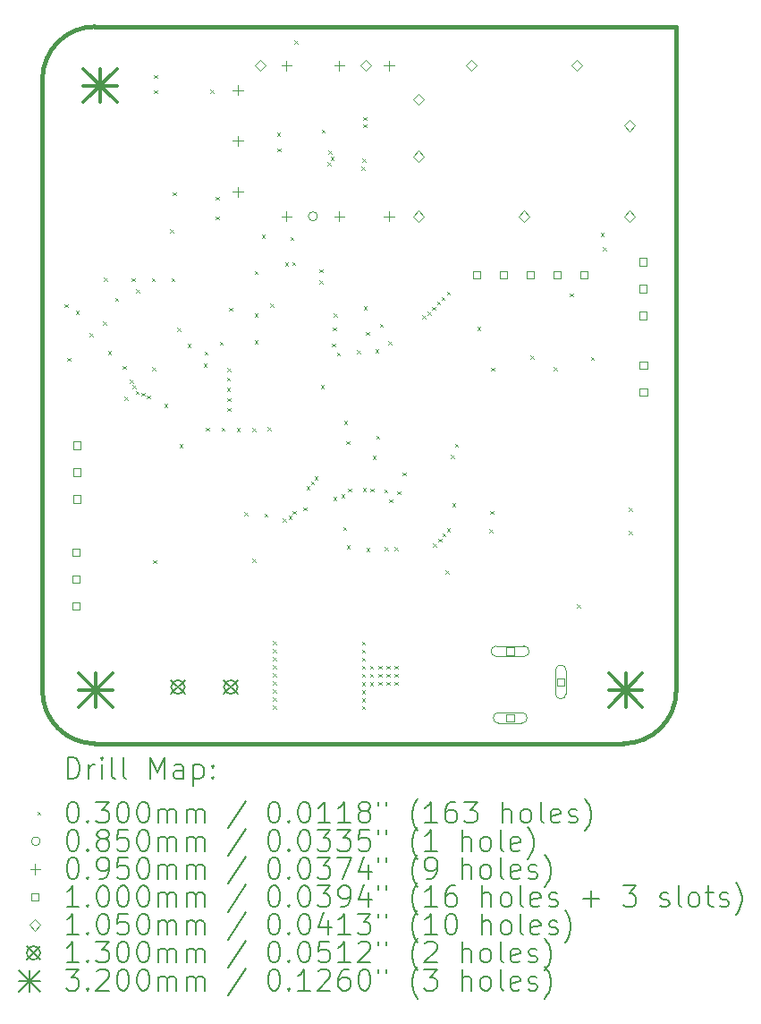
<source format=gbr>
%TF.GenerationSoftware,KiCad,Pcbnew,8.0.5*%
%TF.CreationDate,2025-11-07T08:13:24-03:00*%
%TF.ProjectId,sfp_moduloIC,7366705f-6d6f-4647-956c-6f49432e6b69,v1.0*%
%TF.SameCoordinates,Original*%
%TF.FileFunction,Drillmap*%
%TF.FilePolarity,Positive*%
%FSLAX45Y45*%
G04 Gerber Fmt 4.5, Leading zero omitted, Abs format (unit mm)*
G04 Created by KiCad (PCBNEW 8.0.5) date 2025-11-07 08:13:24*
%MOMM*%
%LPD*%
G01*
G04 APERTURE LIST*
%ADD10C,0.400000*%
%ADD11C,0.200000*%
%ADD12C,0.100000*%
%ADD13C,0.105000*%
%ADD14C,0.130000*%
%ADD15C,0.320000*%
G04 APERTURE END LIST*
D10*
X12010553Y-11827447D02*
G75*
G02*
X11510553Y-11327447I-4J499997D01*
G01*
X11510554Y-5545627D02*
G75*
G02*
X12010553Y-5045627I500008J-8D01*
G01*
X17010554Y-11827447D02*
X12010553Y-11827447D01*
X17510554Y-11327447D02*
G75*
G02*
X17010554Y-11827447I-499992J-8D01*
G01*
X12010553Y-5045627D02*
X17510554Y-5046627D01*
X11510554Y-11327447D02*
X11510554Y-5545627D01*
X17510554Y-5046627D02*
X17510554Y-11327447D01*
D11*
D12*
X11720000Y-7672000D02*
X11750000Y-7702000D01*
X11750000Y-7672000D02*
X11720000Y-7702000D01*
X11746000Y-8178000D02*
X11776000Y-8208000D01*
X11776000Y-8178000D02*
X11746000Y-8208000D01*
X11827554Y-7733627D02*
X11857554Y-7763627D01*
X11857554Y-7733627D02*
X11827554Y-7763627D01*
X11957554Y-7946627D02*
X11987554Y-7976627D01*
X11987554Y-7946627D02*
X11957554Y-7976627D01*
X12086554Y-7833627D02*
X12116554Y-7863627D01*
X12116554Y-7833627D02*
X12086554Y-7863627D01*
X12091960Y-7422200D02*
X12121960Y-7452200D01*
X12121960Y-7422200D02*
X12091960Y-7452200D01*
X12131000Y-8117000D02*
X12161000Y-8147000D01*
X12161000Y-8117000D02*
X12131000Y-8147000D01*
X12200000Y-7611627D02*
X12230000Y-7641627D01*
X12230000Y-7611627D02*
X12200000Y-7641627D01*
X12272710Y-8255500D02*
X12302710Y-8285500D01*
X12302710Y-8255500D02*
X12272710Y-8285500D01*
X12289090Y-8546090D02*
X12319090Y-8576090D01*
X12319090Y-8546090D02*
X12289090Y-8576090D01*
X12337464Y-8386537D02*
X12367464Y-8416537D01*
X12367464Y-8386537D02*
X12337464Y-8416537D01*
X12355554Y-7425500D02*
X12385554Y-7455500D01*
X12385554Y-7425500D02*
X12355554Y-7455500D01*
X12362795Y-8438156D02*
X12392795Y-8468156D01*
X12392795Y-8438156D02*
X12362795Y-8468156D01*
X12392554Y-8490627D02*
X12422554Y-8520627D01*
X12422554Y-8490627D02*
X12392554Y-8520627D01*
X12397554Y-7532627D02*
X12427554Y-7562627D01*
X12427554Y-7532627D02*
X12397554Y-7562627D01*
X12449000Y-8508000D02*
X12479000Y-8538000D01*
X12479000Y-8508000D02*
X12449000Y-8538000D01*
X12500728Y-8533109D02*
X12530728Y-8563109D01*
X12530728Y-8533109D02*
X12500728Y-8563109D01*
X12544554Y-7426500D02*
X12574554Y-7456500D01*
X12574554Y-7426500D02*
X12544554Y-7456500D01*
X12551204Y-8265500D02*
X12581204Y-8295500D01*
X12581204Y-8265500D02*
X12551204Y-8295500D01*
X12558000Y-10090000D02*
X12588000Y-10120000D01*
X12588000Y-10090000D02*
X12558000Y-10120000D01*
X12569000Y-5501000D02*
X12599000Y-5531000D01*
X12599000Y-5501000D02*
X12569000Y-5531000D01*
X12569000Y-5648000D02*
X12599000Y-5678000D01*
X12599000Y-5648000D02*
X12569000Y-5678000D01*
X12666000Y-8614000D02*
X12696000Y-8644000D01*
X12696000Y-8614000D02*
X12666000Y-8644000D01*
X12719554Y-6961627D02*
X12749554Y-6991627D01*
X12749554Y-6961627D02*
X12719554Y-6991627D01*
X12730554Y-7426500D02*
X12760554Y-7456500D01*
X12760554Y-7426500D02*
X12730554Y-7456500D01*
X12743000Y-6611250D02*
X12773000Y-6641250D01*
X12773000Y-6611250D02*
X12743000Y-6641250D01*
X12788000Y-7896500D02*
X12818000Y-7926500D01*
X12818000Y-7896500D02*
X12788000Y-7926500D01*
X12809000Y-8995000D02*
X12839000Y-9025000D01*
X12839000Y-8995000D02*
X12809000Y-9025000D01*
X12884500Y-8045000D02*
X12914500Y-8075000D01*
X12914500Y-8045000D02*
X12884500Y-8075000D01*
X13035554Y-8234627D02*
X13065554Y-8264627D01*
X13065554Y-8234627D02*
X13035554Y-8264627D01*
X13046090Y-8119090D02*
X13076090Y-8149090D01*
X13076090Y-8119090D02*
X13046090Y-8149090D01*
X13060000Y-8838750D02*
X13090000Y-8868750D01*
X13090000Y-8838750D02*
X13060000Y-8868750D01*
X13101000Y-5641000D02*
X13131000Y-5671000D01*
X13131000Y-5641000D02*
X13101000Y-5671000D01*
X13150000Y-6841000D02*
X13180000Y-6871000D01*
X13180000Y-6841000D02*
X13150000Y-6871000D01*
X13151000Y-6653250D02*
X13181000Y-6683250D01*
X13181000Y-6653250D02*
X13151000Y-6683250D01*
X13189240Y-8026720D02*
X13219240Y-8056720D01*
X13219240Y-8026720D02*
X13189240Y-8056720D01*
X13206000Y-8837750D02*
X13236000Y-8867750D01*
X13236000Y-8837750D02*
X13206000Y-8867750D01*
X13256090Y-8463090D02*
X13286090Y-8493090D01*
X13286090Y-8463090D02*
X13256090Y-8493090D01*
X13259090Y-8364090D02*
X13289090Y-8394090D01*
X13289090Y-8364090D02*
X13259090Y-8394090D01*
X13259554Y-8275000D02*
X13289554Y-8305000D01*
X13289554Y-8275000D02*
X13259554Y-8305000D01*
X13259554Y-8558000D02*
X13289554Y-8588000D01*
X13289554Y-8558000D02*
X13259554Y-8588000D01*
X13262554Y-8654000D02*
X13292554Y-8684000D01*
X13292554Y-8654000D02*
X13262554Y-8684000D01*
X13278554Y-7705627D02*
X13308554Y-7735627D01*
X13308554Y-7705627D02*
X13278554Y-7735627D01*
X13352000Y-8840750D02*
X13382000Y-8870750D01*
X13382000Y-8840750D02*
X13352000Y-8870750D01*
X13423000Y-9638000D02*
X13453000Y-9668000D01*
X13453000Y-9638000D02*
X13423000Y-9668000D01*
X13497000Y-8842627D02*
X13527000Y-8872627D01*
X13527000Y-8842627D02*
X13497000Y-8872627D01*
X13499120Y-10079040D02*
X13529120Y-10109040D01*
X13529120Y-10079040D02*
X13499120Y-10109040D01*
X13519000Y-8015000D02*
X13549000Y-8045000D01*
X13549000Y-8015000D02*
X13519000Y-8045000D01*
X13520000Y-7357000D02*
X13550000Y-7387000D01*
X13550000Y-7357000D02*
X13520000Y-7387000D01*
X13521000Y-7758000D02*
X13551000Y-7788000D01*
X13551000Y-7758000D02*
X13521000Y-7788000D01*
X13585480Y-7015800D02*
X13615480Y-7045800D01*
X13615480Y-7015800D02*
X13585480Y-7045800D01*
X13614000Y-9651000D02*
X13644000Y-9681000D01*
X13644000Y-9651000D02*
X13614000Y-9681000D01*
X13644000Y-8833627D02*
X13674000Y-8863627D01*
X13674000Y-8833627D02*
X13644000Y-8863627D01*
X13668554Y-7667000D02*
X13698554Y-7697000D01*
X13698554Y-7667000D02*
X13668554Y-7697000D01*
X13692160Y-10856280D02*
X13722160Y-10886280D01*
X13722160Y-10856280D02*
X13692160Y-10886280D01*
X13692160Y-10932480D02*
X13722160Y-10962480D01*
X13722160Y-10932480D02*
X13692160Y-10962480D01*
X13692160Y-11008680D02*
X13722160Y-11038680D01*
X13722160Y-11008680D02*
X13692160Y-11038680D01*
X13692160Y-11084880D02*
X13722160Y-11114880D01*
X13722160Y-11084880D02*
X13692160Y-11114880D01*
X13692160Y-11161080D02*
X13722160Y-11191080D01*
X13722160Y-11161080D02*
X13692160Y-11191080D01*
X13692160Y-11237280D02*
X13722160Y-11267280D01*
X13722160Y-11237280D02*
X13692160Y-11267280D01*
X13692160Y-11313480D02*
X13722160Y-11343480D01*
X13722160Y-11313480D02*
X13692160Y-11343480D01*
X13692160Y-11389680D02*
X13722160Y-11419680D01*
X13722160Y-11389680D02*
X13692160Y-11419680D01*
X13692160Y-11465880D02*
X13722160Y-11495880D01*
X13722160Y-11465880D02*
X13692160Y-11495880D01*
X13731000Y-6049000D02*
X13761000Y-6079000D01*
X13761000Y-6049000D02*
X13731000Y-6079000D01*
X13736000Y-6197000D02*
X13766000Y-6227000D01*
X13766000Y-6197000D02*
X13736000Y-6227000D01*
X13785554Y-9699627D02*
X13815554Y-9729627D01*
X13815554Y-9699627D02*
X13785554Y-9729627D01*
X13807463Y-7276536D02*
X13837463Y-7306536D01*
X13837463Y-7276536D02*
X13807463Y-7306536D01*
X13840714Y-9673466D02*
X13870714Y-9703466D01*
X13870714Y-9673466D02*
X13840714Y-9703466D01*
X13859554Y-7034627D02*
X13889554Y-7064627D01*
X13889554Y-7034627D02*
X13859554Y-7064627D01*
X13874981Y-7271627D02*
X13904981Y-7301627D01*
X13904981Y-7271627D02*
X13874981Y-7301627D01*
X13880090Y-9627090D02*
X13910090Y-9657090D01*
X13910090Y-9627090D02*
X13880090Y-9657090D01*
X13896554Y-5174627D02*
X13926554Y-5204627D01*
X13926554Y-5174627D02*
X13896554Y-5204627D01*
X13980214Y-9593287D02*
X14010214Y-9623287D01*
X14010214Y-9593287D02*
X13980214Y-9623287D01*
X14010554Y-9393500D02*
X14040554Y-9423500D01*
X14040554Y-9393500D02*
X14010554Y-9423500D01*
X14051554Y-9346000D02*
X14081554Y-9376000D01*
X14081554Y-9346000D02*
X14051554Y-9376000D01*
X14087554Y-9298500D02*
X14117554Y-9328500D01*
X14117554Y-9298500D02*
X14087554Y-9328500D01*
X14132000Y-7448000D02*
X14162000Y-7478000D01*
X14162000Y-7448000D02*
X14132000Y-7478000D01*
X14134120Y-7340920D02*
X14164120Y-7370920D01*
X14164120Y-7340920D02*
X14134120Y-7370920D01*
X14144280Y-8438200D02*
X14174280Y-8468200D01*
X14174280Y-8438200D02*
X14144280Y-8468200D01*
X14154440Y-6020120D02*
X14184440Y-6050120D01*
X14184440Y-6020120D02*
X14154440Y-6050120D01*
X14208500Y-6327000D02*
X14238500Y-6357000D01*
X14238500Y-6327000D02*
X14208500Y-6357000D01*
X14218463Y-6218536D02*
X14248463Y-6248536D01*
X14248463Y-6218536D02*
X14218463Y-6248536D01*
X14239554Y-6278627D02*
X14269554Y-6308627D01*
X14269554Y-6278627D02*
X14239554Y-6308627D01*
X14250960Y-8041960D02*
X14280960Y-8071960D01*
X14280960Y-8041960D02*
X14250960Y-8071960D01*
X14262000Y-7892000D02*
X14292000Y-7922000D01*
X14292000Y-7892000D02*
X14262000Y-7922000D01*
X14264000Y-9494000D02*
X14294000Y-9524000D01*
X14294000Y-9494000D02*
X14264000Y-9524000D01*
X14267000Y-7759000D02*
X14297000Y-7789000D01*
X14297000Y-7759000D02*
X14267000Y-7789000D01*
X14296680Y-8128320D02*
X14326680Y-8158320D01*
X14326680Y-8128320D02*
X14296680Y-8158320D01*
X14340000Y-9471000D02*
X14370000Y-9501000D01*
X14370000Y-9471000D02*
X14340000Y-9501000D01*
X14357640Y-9779320D02*
X14387640Y-9809320D01*
X14387640Y-9779320D02*
X14357640Y-9809320D01*
X14367800Y-8773480D02*
X14397800Y-8803480D01*
X14397800Y-8773480D02*
X14367800Y-8803480D01*
X14388120Y-8966520D02*
X14418120Y-8996520D01*
X14418120Y-8966520D02*
X14388120Y-8996520D01*
X14393200Y-9951000D02*
X14423200Y-9981000D01*
X14423200Y-9951000D02*
X14393200Y-9981000D01*
X14404090Y-9416090D02*
X14434090Y-9446090D01*
X14434090Y-9416090D02*
X14404090Y-9446090D01*
X14491000Y-8106000D02*
X14521000Y-8136000D01*
X14521000Y-8106000D02*
X14491000Y-8136000D01*
X14531000Y-6372000D02*
X14561000Y-6402000D01*
X14561000Y-6372000D02*
X14531000Y-6402000D01*
X14535440Y-10861360D02*
X14565440Y-10891360D01*
X14565440Y-10861360D02*
X14535440Y-10891360D01*
X14535440Y-10937560D02*
X14565440Y-10967560D01*
X14565440Y-10937560D02*
X14535440Y-10967560D01*
X14535440Y-11013760D02*
X14565440Y-11043760D01*
X14565440Y-11013760D02*
X14535440Y-11043760D01*
X14535440Y-11089960D02*
X14565440Y-11119960D01*
X14565440Y-11089960D02*
X14535440Y-11119960D01*
X14535440Y-11168000D02*
X14565440Y-11198000D01*
X14565440Y-11168000D02*
X14535440Y-11198000D01*
X14535440Y-11247440D02*
X14565440Y-11277440D01*
X14565440Y-11247440D02*
X14535440Y-11277440D01*
X14535440Y-11323640D02*
X14565440Y-11353640D01*
X14565440Y-11323640D02*
X14535440Y-11353640D01*
X14535440Y-11399840D02*
X14565440Y-11429840D01*
X14565440Y-11399840D02*
X14535440Y-11429840D01*
X14536000Y-11472000D02*
X14566000Y-11502000D01*
X14566000Y-11472000D02*
X14536000Y-11502000D01*
X14540000Y-6293000D02*
X14570000Y-6323000D01*
X14570000Y-6293000D02*
X14540000Y-6323000D01*
X14546000Y-9409000D02*
X14576000Y-9439000D01*
X14576000Y-9409000D02*
X14546000Y-9439000D01*
X14547554Y-5968000D02*
X14577554Y-5998000D01*
X14577554Y-5968000D02*
X14547554Y-5998000D01*
X14549175Y-5900000D02*
X14579175Y-5930000D01*
X14579175Y-5900000D02*
X14549175Y-5930000D01*
X14550680Y-7691440D02*
X14580680Y-7721440D01*
X14580680Y-7691440D02*
X14550680Y-7721440D01*
X14575554Y-7931627D02*
X14605554Y-7961627D01*
X14605554Y-7931627D02*
X14575554Y-7961627D01*
X14576080Y-9977440D02*
X14606080Y-10007440D01*
X14606080Y-9977440D02*
X14576080Y-10007440D01*
X14611640Y-11089960D02*
X14641640Y-11119960D01*
X14641640Y-11089960D02*
X14611640Y-11119960D01*
X14611640Y-11168000D02*
X14641640Y-11198000D01*
X14641640Y-11168000D02*
X14611640Y-11198000D01*
X14611640Y-11247440D02*
X14641640Y-11277440D01*
X14641640Y-11247440D02*
X14611640Y-11277440D01*
X14615554Y-9414627D02*
X14645554Y-9444627D01*
X14645554Y-9414627D02*
X14615554Y-9444627D01*
X14637770Y-9104410D02*
X14667770Y-9134410D01*
X14667770Y-9104410D02*
X14637770Y-9134410D01*
X14664000Y-8097000D02*
X14694000Y-8127000D01*
X14694000Y-8097000D02*
X14664000Y-8127000D01*
X14672600Y-8915720D02*
X14702600Y-8945720D01*
X14702600Y-8915720D02*
X14672600Y-8945720D01*
X14692920Y-11089960D02*
X14722920Y-11119960D01*
X14722920Y-11089960D02*
X14692920Y-11119960D01*
X14692920Y-11168000D02*
X14722920Y-11198000D01*
X14722920Y-11168000D02*
X14692920Y-11198000D01*
X14692920Y-11242360D02*
X14722920Y-11272360D01*
X14722920Y-11242360D02*
X14692920Y-11272360D01*
X14703554Y-7854627D02*
X14733554Y-7884627D01*
X14733554Y-7854627D02*
X14703554Y-7884627D01*
X14748000Y-9422627D02*
X14778000Y-9452627D01*
X14778000Y-9422627D02*
X14748000Y-9452627D01*
X14751500Y-9968500D02*
X14781500Y-9998500D01*
X14781500Y-9968500D02*
X14751500Y-9998500D01*
X14769120Y-11089960D02*
X14799120Y-11119960D01*
X14799120Y-11089960D02*
X14769120Y-11119960D01*
X14769120Y-11168000D02*
X14799120Y-11198000D01*
X14799120Y-11168000D02*
X14769120Y-11198000D01*
X14769120Y-11242360D02*
X14799120Y-11272360D01*
X14799120Y-11242360D02*
X14769120Y-11272360D01*
X14784360Y-8021640D02*
X14814360Y-8051640D01*
X14814360Y-8021640D02*
X14784360Y-8051640D01*
X14793213Y-9517287D02*
X14823213Y-9547287D01*
X14823213Y-9517287D02*
X14793213Y-9547287D01*
X14843000Y-9969627D02*
X14873000Y-9999627D01*
X14873000Y-9969627D02*
X14843000Y-9999627D01*
X14845320Y-11089960D02*
X14875320Y-11119960D01*
X14875320Y-11089960D02*
X14845320Y-11119960D01*
X14845320Y-11168000D02*
X14875320Y-11198000D01*
X14875320Y-11168000D02*
X14845320Y-11198000D01*
X14845320Y-11242360D02*
X14875320Y-11272360D01*
X14875320Y-11242360D02*
X14845320Y-11272360D01*
X14870000Y-9441000D02*
X14900000Y-9471000D01*
X14900000Y-9441000D02*
X14870000Y-9471000D01*
X14921554Y-9261000D02*
X14951554Y-9291000D01*
X14951554Y-9261000D02*
X14921554Y-9291000D01*
X15109000Y-7777000D02*
X15139000Y-7807000D01*
X15139000Y-7777000D02*
X15109000Y-7807000D01*
X15156590Y-7741590D02*
X15186590Y-7771590D01*
X15186590Y-7741590D02*
X15156590Y-7771590D01*
X15198590Y-7694590D02*
X15228590Y-7724590D01*
X15228590Y-7694590D02*
X15198590Y-7724590D01*
X15210000Y-9936627D02*
X15240000Y-9966627D01*
X15240000Y-9936627D02*
X15210000Y-9966627D01*
X15246090Y-7645090D02*
X15276090Y-7675090D01*
X15276090Y-7645090D02*
X15246090Y-7675090D01*
X15261554Y-9888500D02*
X15291554Y-9918500D01*
X15291554Y-9888500D02*
X15261554Y-9918500D01*
X15291090Y-7602090D02*
X15321090Y-7632090D01*
X15321090Y-7602090D02*
X15291090Y-7632090D01*
X15298590Y-9839590D02*
X15328590Y-9869590D01*
X15328590Y-9839590D02*
X15298590Y-9869590D01*
X15327554Y-10191000D02*
X15357554Y-10221000D01*
X15357554Y-10191000D02*
X15327554Y-10221000D01*
X15338090Y-7552090D02*
X15368090Y-7582090D01*
X15368090Y-7552090D02*
X15338090Y-7582090D01*
X15340590Y-9792590D02*
X15370590Y-9822590D01*
X15370590Y-9792590D02*
X15340590Y-9822590D01*
X15377500Y-9098000D02*
X15407500Y-9128000D01*
X15407500Y-9098000D02*
X15377500Y-9128000D01*
X15390000Y-9555800D02*
X15420000Y-9585800D01*
X15420000Y-9555800D02*
X15390000Y-9585800D01*
X15417500Y-8991000D02*
X15447500Y-9021000D01*
X15447500Y-8991000D02*
X15417500Y-9021000D01*
X15627640Y-7884480D02*
X15657640Y-7914480D01*
X15657640Y-7884480D02*
X15627640Y-7914480D01*
X15740000Y-9800000D02*
X15770000Y-9830000D01*
X15770000Y-9800000D02*
X15740000Y-9830000D01*
X15749590Y-9624590D02*
X15779590Y-9654590D01*
X15779590Y-9624590D02*
X15749590Y-9654590D01*
X15758590Y-8270590D02*
X15788590Y-8300590D01*
X15788590Y-8270590D02*
X15758590Y-8300590D01*
X16130560Y-8158800D02*
X16160560Y-8188800D01*
X16160560Y-8158800D02*
X16130560Y-8188800D01*
X16353590Y-8268590D02*
X16383590Y-8298590D01*
X16383590Y-8268590D02*
X16353590Y-8298590D01*
X16504000Y-7569000D02*
X16534000Y-7599000D01*
X16534000Y-7569000D02*
X16504000Y-7599000D01*
X16571000Y-10511000D02*
X16601000Y-10541000D01*
X16601000Y-10511000D02*
X16571000Y-10541000D01*
X16704600Y-8168960D02*
X16734600Y-8198960D01*
X16734600Y-8168960D02*
X16704600Y-8198960D01*
X16798000Y-6996500D02*
X16828000Y-7026500D01*
X16828000Y-6996500D02*
X16798000Y-7026500D01*
X16817590Y-7134590D02*
X16847590Y-7164590D01*
X16847590Y-7134590D02*
X16817590Y-7164590D01*
X17060964Y-9595037D02*
X17090964Y-9625037D01*
X17090964Y-9595037D02*
X17060964Y-9625037D01*
X17064000Y-9817627D02*
X17094000Y-9847627D01*
X17094000Y-9817627D02*
X17064000Y-9847627D01*
X14114000Y-6839500D02*
G75*
G02*
X14029000Y-6839500I-42500J0D01*
G01*
X14029000Y-6839500D02*
G75*
G02*
X14114000Y-6839500I42500J0D01*
G01*
X13361500Y-5599500D02*
X13361500Y-5694500D01*
X13314000Y-5647000D02*
X13409000Y-5647000D01*
X13361500Y-6079500D02*
X13361500Y-6174500D01*
X13314000Y-6127000D02*
X13409000Y-6127000D01*
X13361500Y-6559500D02*
X13361500Y-6654500D01*
X13314000Y-6607000D02*
X13409000Y-6607000D01*
X13821500Y-5367000D02*
X13821500Y-5462000D01*
X13774000Y-5414500D02*
X13869000Y-5414500D01*
X13821500Y-6792000D02*
X13821500Y-6887000D01*
X13774000Y-6839500D02*
X13869000Y-6839500D01*
X14321500Y-5367000D02*
X14321500Y-5462000D01*
X14274000Y-5414500D02*
X14369000Y-5414500D01*
X14321500Y-6792000D02*
X14321500Y-6887000D01*
X14274000Y-6839500D02*
X14369000Y-6839500D01*
X14791500Y-5367000D02*
X14791500Y-5462000D01*
X14744000Y-5414500D02*
X14839000Y-5414500D01*
X14791500Y-6792000D02*
X14791500Y-6887000D01*
X14744000Y-6839500D02*
X14839000Y-6839500D01*
X11865856Y-10055856D02*
X11865856Y-9985144D01*
X11795144Y-9985144D01*
X11795144Y-10055856D01*
X11865856Y-10055856D01*
X11865856Y-10309856D02*
X11865856Y-10239144D01*
X11795144Y-10239144D01*
X11795144Y-10309856D01*
X11865856Y-10309856D01*
X11865856Y-10563856D02*
X11865856Y-10493144D01*
X11795144Y-10493144D01*
X11795144Y-10563856D01*
X11865856Y-10563856D01*
X11870356Y-9040356D02*
X11870356Y-8969644D01*
X11799644Y-8969644D01*
X11799644Y-9040356D01*
X11870356Y-9040356D01*
X11870356Y-9294356D02*
X11870356Y-9223644D01*
X11799644Y-9223644D01*
X11799644Y-9294356D01*
X11870356Y-9294356D01*
X11870356Y-9548356D02*
X11870356Y-9477644D01*
X11799644Y-9477644D01*
X11799644Y-9548356D01*
X11870356Y-9548356D01*
X15656356Y-7429356D02*
X15656356Y-7358644D01*
X15585644Y-7358644D01*
X15585644Y-7429356D01*
X15656356Y-7429356D01*
X15910356Y-7429356D02*
X15910356Y-7358644D01*
X15839644Y-7358644D01*
X15839644Y-7429356D01*
X15910356Y-7429356D01*
X15974356Y-10989356D02*
X15974356Y-10918644D01*
X15903644Y-10918644D01*
X15903644Y-10989356D01*
X15974356Y-10989356D01*
X15809000Y-11004000D02*
X16069000Y-11004000D01*
X16069000Y-10904000D02*
G75*
G02*
X16069000Y-11004000I0J-50000D01*
G01*
X16069000Y-10904000D02*
X15809000Y-10904000D01*
X15809000Y-10904000D02*
G75*
G03*
X15809000Y-11004000I0J-50000D01*
G01*
X15974356Y-11619356D02*
X15974356Y-11548644D01*
X15903644Y-11548644D01*
X15903644Y-11619356D01*
X15974356Y-11619356D01*
X15829000Y-11634000D02*
X16049000Y-11634000D01*
X16049000Y-11534000D02*
G75*
G02*
X16049000Y-11634000I0J-50000D01*
G01*
X16049000Y-11534000D02*
X15829000Y-11534000D01*
X15829000Y-11534000D02*
G75*
G03*
X15829000Y-11634000I0J-50000D01*
G01*
X16164356Y-7429356D02*
X16164356Y-7358644D01*
X16093644Y-7358644D01*
X16093644Y-7429356D01*
X16164356Y-7429356D01*
X16418356Y-7429356D02*
X16418356Y-7358644D01*
X16347644Y-7358644D01*
X16347644Y-7429356D01*
X16418356Y-7429356D01*
X16454356Y-11279356D02*
X16454356Y-11208644D01*
X16383644Y-11208644D01*
X16383644Y-11279356D01*
X16454356Y-11279356D01*
X16369000Y-11134000D02*
X16369000Y-11354000D01*
X16469000Y-11354000D02*
G75*
G02*
X16369000Y-11354000I-50000J0D01*
G01*
X16469000Y-11354000D02*
X16469000Y-11134000D01*
X16469000Y-11134000D02*
G75*
G03*
X16369000Y-11134000I-50000J0D01*
G01*
X16672356Y-7429356D02*
X16672356Y-7358644D01*
X16601644Y-7358644D01*
X16601644Y-7429356D01*
X16672356Y-7429356D01*
X17234356Y-7304856D02*
X17234356Y-7234144D01*
X17163644Y-7234144D01*
X17163644Y-7304856D01*
X17234356Y-7304856D01*
X17234356Y-7558856D02*
X17234356Y-7488144D01*
X17163644Y-7488144D01*
X17163644Y-7558856D01*
X17234356Y-7558856D01*
X17234356Y-7812856D02*
X17234356Y-7742144D01*
X17163644Y-7742144D01*
X17163644Y-7812856D01*
X17234356Y-7812856D01*
X17236356Y-8284856D02*
X17236356Y-8214144D01*
X17165644Y-8214144D01*
X17165644Y-8284856D01*
X17236356Y-8284856D01*
X17236356Y-8538856D02*
X17236356Y-8468144D01*
X17165644Y-8468144D01*
X17165644Y-8538856D01*
X17236356Y-8538856D01*
D13*
X13571500Y-5467000D02*
X13624000Y-5414500D01*
X13571500Y-5362000D01*
X13519000Y-5414500D01*
X13571500Y-5467000D01*
X14571500Y-5467000D02*
X14624000Y-5414500D01*
X14571500Y-5362000D01*
X14519000Y-5414500D01*
X14571500Y-5467000D01*
X15071500Y-5784500D02*
X15124000Y-5732000D01*
X15071500Y-5679500D01*
X15019000Y-5732000D01*
X15071500Y-5784500D01*
X15071500Y-6324500D02*
X15124000Y-6272000D01*
X15071500Y-6219500D01*
X15019000Y-6272000D01*
X15071500Y-6324500D01*
X15071500Y-6892000D02*
X15124000Y-6839500D01*
X15071500Y-6787000D01*
X15019000Y-6839500D01*
X15071500Y-6892000D01*
X15571500Y-5467000D02*
X15624000Y-5414500D01*
X15571500Y-5362000D01*
X15519000Y-5414500D01*
X15571500Y-5467000D01*
X16071500Y-6892000D02*
X16124000Y-6839500D01*
X16071500Y-6787000D01*
X16019000Y-6839500D01*
X16071500Y-6892000D01*
X16571500Y-5467000D02*
X16624000Y-5414500D01*
X16571500Y-5362000D01*
X16519000Y-5414500D01*
X16571500Y-5467000D01*
X17071500Y-6034500D02*
X17124000Y-5982000D01*
X17071500Y-5929500D01*
X17019000Y-5982000D01*
X17071500Y-6034500D01*
X17071500Y-6892000D02*
X17124000Y-6839500D01*
X17071500Y-6787000D01*
X17019000Y-6839500D01*
X17071500Y-6892000D01*
D14*
X12729000Y-11228000D02*
X12859000Y-11358000D01*
X12859000Y-11228000D02*
X12729000Y-11358000D01*
X12859000Y-11293000D02*
G75*
G02*
X12729000Y-11293000I-65000J0D01*
G01*
X12729000Y-11293000D02*
G75*
G02*
X12859000Y-11293000I65000J0D01*
G01*
X13229000Y-11228000D02*
X13359000Y-11358000D01*
X13359000Y-11228000D02*
X13229000Y-11358000D01*
X13359000Y-11293000D02*
G75*
G02*
X13229000Y-11293000I-65000J0D01*
G01*
X13229000Y-11293000D02*
G75*
G02*
X13359000Y-11293000I65000J0D01*
G01*
D15*
X11855000Y-11163000D02*
X12175000Y-11483000D01*
X12175000Y-11163000D02*
X11855000Y-11483000D01*
X12015000Y-11163000D02*
X12015000Y-11483000D01*
X11855000Y-11323000D02*
X12175000Y-11323000D01*
X11899000Y-5443000D02*
X12219000Y-5763000D01*
X12219000Y-5443000D02*
X11899000Y-5763000D01*
X12059000Y-5443000D02*
X12059000Y-5763000D01*
X11899000Y-5603000D02*
X12219000Y-5603000D01*
X16872000Y-11164000D02*
X17192000Y-11484000D01*
X17192000Y-11164000D02*
X16872000Y-11484000D01*
X17032000Y-11164000D02*
X17032000Y-11484000D01*
X16872000Y-11324000D02*
X17192000Y-11324000D01*
D11*
X11751330Y-12158930D02*
X11751330Y-11958930D01*
X11751330Y-11958930D02*
X11798949Y-11958930D01*
X11798949Y-11958930D02*
X11827521Y-11968454D01*
X11827521Y-11968454D02*
X11846568Y-11987502D01*
X11846568Y-11987502D02*
X11856092Y-12006549D01*
X11856092Y-12006549D02*
X11865616Y-12044645D01*
X11865616Y-12044645D02*
X11865616Y-12073216D01*
X11865616Y-12073216D02*
X11856092Y-12111311D01*
X11856092Y-12111311D02*
X11846568Y-12130359D01*
X11846568Y-12130359D02*
X11827521Y-12149407D01*
X11827521Y-12149407D02*
X11798949Y-12158930D01*
X11798949Y-12158930D02*
X11751330Y-12158930D01*
X11951330Y-12158930D02*
X11951330Y-12025597D01*
X11951330Y-12063692D02*
X11960854Y-12044645D01*
X11960854Y-12044645D02*
X11970378Y-12035121D01*
X11970378Y-12035121D02*
X11989425Y-12025597D01*
X11989425Y-12025597D02*
X12008473Y-12025597D01*
X12075140Y-12158930D02*
X12075140Y-12025597D01*
X12075140Y-11958930D02*
X12065616Y-11968454D01*
X12065616Y-11968454D02*
X12075140Y-11977978D01*
X12075140Y-11977978D02*
X12084663Y-11968454D01*
X12084663Y-11968454D02*
X12075140Y-11958930D01*
X12075140Y-11958930D02*
X12075140Y-11977978D01*
X12198949Y-12158930D02*
X12179902Y-12149407D01*
X12179902Y-12149407D02*
X12170378Y-12130359D01*
X12170378Y-12130359D02*
X12170378Y-11958930D01*
X12303711Y-12158930D02*
X12284663Y-12149407D01*
X12284663Y-12149407D02*
X12275140Y-12130359D01*
X12275140Y-12130359D02*
X12275140Y-11958930D01*
X12532283Y-12158930D02*
X12532283Y-11958930D01*
X12532283Y-11958930D02*
X12598949Y-12101787D01*
X12598949Y-12101787D02*
X12665616Y-11958930D01*
X12665616Y-11958930D02*
X12665616Y-12158930D01*
X12846568Y-12158930D02*
X12846568Y-12054168D01*
X12846568Y-12054168D02*
X12837044Y-12035121D01*
X12837044Y-12035121D02*
X12817997Y-12025597D01*
X12817997Y-12025597D02*
X12779902Y-12025597D01*
X12779902Y-12025597D02*
X12760854Y-12035121D01*
X12846568Y-12149407D02*
X12827521Y-12158930D01*
X12827521Y-12158930D02*
X12779902Y-12158930D01*
X12779902Y-12158930D02*
X12760854Y-12149407D01*
X12760854Y-12149407D02*
X12751330Y-12130359D01*
X12751330Y-12130359D02*
X12751330Y-12111311D01*
X12751330Y-12111311D02*
X12760854Y-12092264D01*
X12760854Y-12092264D02*
X12779902Y-12082740D01*
X12779902Y-12082740D02*
X12827521Y-12082740D01*
X12827521Y-12082740D02*
X12846568Y-12073216D01*
X12941806Y-12025597D02*
X12941806Y-12225597D01*
X12941806Y-12035121D02*
X12960854Y-12025597D01*
X12960854Y-12025597D02*
X12998949Y-12025597D01*
X12998949Y-12025597D02*
X13017997Y-12035121D01*
X13017997Y-12035121D02*
X13027521Y-12044645D01*
X13027521Y-12044645D02*
X13037044Y-12063692D01*
X13037044Y-12063692D02*
X13037044Y-12120835D01*
X13037044Y-12120835D02*
X13027521Y-12139883D01*
X13027521Y-12139883D02*
X13017997Y-12149407D01*
X13017997Y-12149407D02*
X12998949Y-12158930D01*
X12998949Y-12158930D02*
X12960854Y-12158930D01*
X12960854Y-12158930D02*
X12941806Y-12149407D01*
X13122759Y-12139883D02*
X13132283Y-12149407D01*
X13132283Y-12149407D02*
X13122759Y-12158930D01*
X13122759Y-12158930D02*
X13113235Y-12149407D01*
X13113235Y-12149407D02*
X13122759Y-12139883D01*
X13122759Y-12139883D02*
X13122759Y-12158930D01*
X13122759Y-12035121D02*
X13132283Y-12044645D01*
X13132283Y-12044645D02*
X13122759Y-12054168D01*
X13122759Y-12054168D02*
X13113235Y-12044645D01*
X13113235Y-12044645D02*
X13122759Y-12035121D01*
X13122759Y-12035121D02*
X13122759Y-12054168D01*
D12*
X11460553Y-12472447D02*
X11490553Y-12502447D01*
X11490553Y-12472447D02*
X11460553Y-12502447D01*
D11*
X11789425Y-12378930D02*
X11808473Y-12378930D01*
X11808473Y-12378930D02*
X11827521Y-12388454D01*
X11827521Y-12388454D02*
X11837044Y-12397978D01*
X11837044Y-12397978D02*
X11846568Y-12417026D01*
X11846568Y-12417026D02*
X11856092Y-12455121D01*
X11856092Y-12455121D02*
X11856092Y-12502740D01*
X11856092Y-12502740D02*
X11846568Y-12540835D01*
X11846568Y-12540835D02*
X11837044Y-12559883D01*
X11837044Y-12559883D02*
X11827521Y-12569407D01*
X11827521Y-12569407D02*
X11808473Y-12578930D01*
X11808473Y-12578930D02*
X11789425Y-12578930D01*
X11789425Y-12578930D02*
X11770378Y-12569407D01*
X11770378Y-12569407D02*
X11760854Y-12559883D01*
X11760854Y-12559883D02*
X11751330Y-12540835D01*
X11751330Y-12540835D02*
X11741806Y-12502740D01*
X11741806Y-12502740D02*
X11741806Y-12455121D01*
X11741806Y-12455121D02*
X11751330Y-12417026D01*
X11751330Y-12417026D02*
X11760854Y-12397978D01*
X11760854Y-12397978D02*
X11770378Y-12388454D01*
X11770378Y-12388454D02*
X11789425Y-12378930D01*
X11941806Y-12559883D02*
X11951330Y-12569407D01*
X11951330Y-12569407D02*
X11941806Y-12578930D01*
X11941806Y-12578930D02*
X11932283Y-12569407D01*
X11932283Y-12569407D02*
X11941806Y-12559883D01*
X11941806Y-12559883D02*
X11941806Y-12578930D01*
X12017997Y-12378930D02*
X12141806Y-12378930D01*
X12141806Y-12378930D02*
X12075140Y-12455121D01*
X12075140Y-12455121D02*
X12103711Y-12455121D01*
X12103711Y-12455121D02*
X12122759Y-12464645D01*
X12122759Y-12464645D02*
X12132283Y-12474168D01*
X12132283Y-12474168D02*
X12141806Y-12493216D01*
X12141806Y-12493216D02*
X12141806Y-12540835D01*
X12141806Y-12540835D02*
X12132283Y-12559883D01*
X12132283Y-12559883D02*
X12122759Y-12569407D01*
X12122759Y-12569407D02*
X12103711Y-12578930D01*
X12103711Y-12578930D02*
X12046568Y-12578930D01*
X12046568Y-12578930D02*
X12027521Y-12569407D01*
X12027521Y-12569407D02*
X12017997Y-12559883D01*
X12265616Y-12378930D02*
X12284664Y-12378930D01*
X12284664Y-12378930D02*
X12303711Y-12388454D01*
X12303711Y-12388454D02*
X12313235Y-12397978D01*
X12313235Y-12397978D02*
X12322759Y-12417026D01*
X12322759Y-12417026D02*
X12332283Y-12455121D01*
X12332283Y-12455121D02*
X12332283Y-12502740D01*
X12332283Y-12502740D02*
X12322759Y-12540835D01*
X12322759Y-12540835D02*
X12313235Y-12559883D01*
X12313235Y-12559883D02*
X12303711Y-12569407D01*
X12303711Y-12569407D02*
X12284664Y-12578930D01*
X12284664Y-12578930D02*
X12265616Y-12578930D01*
X12265616Y-12578930D02*
X12246568Y-12569407D01*
X12246568Y-12569407D02*
X12237044Y-12559883D01*
X12237044Y-12559883D02*
X12227521Y-12540835D01*
X12227521Y-12540835D02*
X12217997Y-12502740D01*
X12217997Y-12502740D02*
X12217997Y-12455121D01*
X12217997Y-12455121D02*
X12227521Y-12417026D01*
X12227521Y-12417026D02*
X12237044Y-12397978D01*
X12237044Y-12397978D02*
X12246568Y-12388454D01*
X12246568Y-12388454D02*
X12265616Y-12378930D01*
X12456092Y-12378930D02*
X12475140Y-12378930D01*
X12475140Y-12378930D02*
X12494187Y-12388454D01*
X12494187Y-12388454D02*
X12503711Y-12397978D01*
X12503711Y-12397978D02*
X12513235Y-12417026D01*
X12513235Y-12417026D02*
X12522759Y-12455121D01*
X12522759Y-12455121D02*
X12522759Y-12502740D01*
X12522759Y-12502740D02*
X12513235Y-12540835D01*
X12513235Y-12540835D02*
X12503711Y-12559883D01*
X12503711Y-12559883D02*
X12494187Y-12569407D01*
X12494187Y-12569407D02*
X12475140Y-12578930D01*
X12475140Y-12578930D02*
X12456092Y-12578930D01*
X12456092Y-12578930D02*
X12437044Y-12569407D01*
X12437044Y-12569407D02*
X12427521Y-12559883D01*
X12427521Y-12559883D02*
X12417997Y-12540835D01*
X12417997Y-12540835D02*
X12408473Y-12502740D01*
X12408473Y-12502740D02*
X12408473Y-12455121D01*
X12408473Y-12455121D02*
X12417997Y-12417026D01*
X12417997Y-12417026D02*
X12427521Y-12397978D01*
X12427521Y-12397978D02*
X12437044Y-12388454D01*
X12437044Y-12388454D02*
X12456092Y-12378930D01*
X12608473Y-12578930D02*
X12608473Y-12445597D01*
X12608473Y-12464645D02*
X12617997Y-12455121D01*
X12617997Y-12455121D02*
X12637044Y-12445597D01*
X12637044Y-12445597D02*
X12665616Y-12445597D01*
X12665616Y-12445597D02*
X12684664Y-12455121D01*
X12684664Y-12455121D02*
X12694187Y-12474168D01*
X12694187Y-12474168D02*
X12694187Y-12578930D01*
X12694187Y-12474168D02*
X12703711Y-12455121D01*
X12703711Y-12455121D02*
X12722759Y-12445597D01*
X12722759Y-12445597D02*
X12751330Y-12445597D01*
X12751330Y-12445597D02*
X12770378Y-12455121D01*
X12770378Y-12455121D02*
X12779902Y-12474168D01*
X12779902Y-12474168D02*
X12779902Y-12578930D01*
X12875140Y-12578930D02*
X12875140Y-12445597D01*
X12875140Y-12464645D02*
X12884664Y-12455121D01*
X12884664Y-12455121D02*
X12903711Y-12445597D01*
X12903711Y-12445597D02*
X12932283Y-12445597D01*
X12932283Y-12445597D02*
X12951330Y-12455121D01*
X12951330Y-12455121D02*
X12960854Y-12474168D01*
X12960854Y-12474168D02*
X12960854Y-12578930D01*
X12960854Y-12474168D02*
X12970378Y-12455121D01*
X12970378Y-12455121D02*
X12989425Y-12445597D01*
X12989425Y-12445597D02*
X13017997Y-12445597D01*
X13017997Y-12445597D02*
X13037045Y-12455121D01*
X13037045Y-12455121D02*
X13046568Y-12474168D01*
X13046568Y-12474168D02*
X13046568Y-12578930D01*
X13437045Y-12369407D02*
X13265616Y-12626549D01*
X13694187Y-12378930D02*
X13713235Y-12378930D01*
X13713235Y-12378930D02*
X13732283Y-12388454D01*
X13732283Y-12388454D02*
X13741807Y-12397978D01*
X13741807Y-12397978D02*
X13751330Y-12417026D01*
X13751330Y-12417026D02*
X13760854Y-12455121D01*
X13760854Y-12455121D02*
X13760854Y-12502740D01*
X13760854Y-12502740D02*
X13751330Y-12540835D01*
X13751330Y-12540835D02*
X13741807Y-12559883D01*
X13741807Y-12559883D02*
X13732283Y-12569407D01*
X13732283Y-12569407D02*
X13713235Y-12578930D01*
X13713235Y-12578930D02*
X13694187Y-12578930D01*
X13694187Y-12578930D02*
X13675140Y-12569407D01*
X13675140Y-12569407D02*
X13665616Y-12559883D01*
X13665616Y-12559883D02*
X13656092Y-12540835D01*
X13656092Y-12540835D02*
X13646568Y-12502740D01*
X13646568Y-12502740D02*
X13646568Y-12455121D01*
X13646568Y-12455121D02*
X13656092Y-12417026D01*
X13656092Y-12417026D02*
X13665616Y-12397978D01*
X13665616Y-12397978D02*
X13675140Y-12388454D01*
X13675140Y-12388454D02*
X13694187Y-12378930D01*
X13846568Y-12559883D02*
X13856092Y-12569407D01*
X13856092Y-12569407D02*
X13846568Y-12578930D01*
X13846568Y-12578930D02*
X13837045Y-12569407D01*
X13837045Y-12569407D02*
X13846568Y-12559883D01*
X13846568Y-12559883D02*
X13846568Y-12578930D01*
X13979902Y-12378930D02*
X13998949Y-12378930D01*
X13998949Y-12378930D02*
X14017997Y-12388454D01*
X14017997Y-12388454D02*
X14027521Y-12397978D01*
X14027521Y-12397978D02*
X14037045Y-12417026D01*
X14037045Y-12417026D02*
X14046568Y-12455121D01*
X14046568Y-12455121D02*
X14046568Y-12502740D01*
X14046568Y-12502740D02*
X14037045Y-12540835D01*
X14037045Y-12540835D02*
X14027521Y-12559883D01*
X14027521Y-12559883D02*
X14017997Y-12569407D01*
X14017997Y-12569407D02*
X13998949Y-12578930D01*
X13998949Y-12578930D02*
X13979902Y-12578930D01*
X13979902Y-12578930D02*
X13960854Y-12569407D01*
X13960854Y-12569407D02*
X13951330Y-12559883D01*
X13951330Y-12559883D02*
X13941807Y-12540835D01*
X13941807Y-12540835D02*
X13932283Y-12502740D01*
X13932283Y-12502740D02*
X13932283Y-12455121D01*
X13932283Y-12455121D02*
X13941807Y-12417026D01*
X13941807Y-12417026D02*
X13951330Y-12397978D01*
X13951330Y-12397978D02*
X13960854Y-12388454D01*
X13960854Y-12388454D02*
X13979902Y-12378930D01*
X14237045Y-12578930D02*
X14122759Y-12578930D01*
X14179902Y-12578930D02*
X14179902Y-12378930D01*
X14179902Y-12378930D02*
X14160854Y-12407502D01*
X14160854Y-12407502D02*
X14141807Y-12426549D01*
X14141807Y-12426549D02*
X14122759Y-12436073D01*
X14427521Y-12578930D02*
X14313235Y-12578930D01*
X14370378Y-12578930D02*
X14370378Y-12378930D01*
X14370378Y-12378930D02*
X14351330Y-12407502D01*
X14351330Y-12407502D02*
X14332283Y-12426549D01*
X14332283Y-12426549D02*
X14313235Y-12436073D01*
X14541807Y-12464645D02*
X14522759Y-12455121D01*
X14522759Y-12455121D02*
X14513235Y-12445597D01*
X14513235Y-12445597D02*
X14503711Y-12426549D01*
X14503711Y-12426549D02*
X14503711Y-12417026D01*
X14503711Y-12417026D02*
X14513235Y-12397978D01*
X14513235Y-12397978D02*
X14522759Y-12388454D01*
X14522759Y-12388454D02*
X14541807Y-12378930D01*
X14541807Y-12378930D02*
X14579902Y-12378930D01*
X14579902Y-12378930D02*
X14598949Y-12388454D01*
X14598949Y-12388454D02*
X14608473Y-12397978D01*
X14608473Y-12397978D02*
X14617997Y-12417026D01*
X14617997Y-12417026D02*
X14617997Y-12426549D01*
X14617997Y-12426549D02*
X14608473Y-12445597D01*
X14608473Y-12445597D02*
X14598949Y-12455121D01*
X14598949Y-12455121D02*
X14579902Y-12464645D01*
X14579902Y-12464645D02*
X14541807Y-12464645D01*
X14541807Y-12464645D02*
X14522759Y-12474168D01*
X14522759Y-12474168D02*
X14513235Y-12483692D01*
X14513235Y-12483692D02*
X14503711Y-12502740D01*
X14503711Y-12502740D02*
X14503711Y-12540835D01*
X14503711Y-12540835D02*
X14513235Y-12559883D01*
X14513235Y-12559883D02*
X14522759Y-12569407D01*
X14522759Y-12569407D02*
X14541807Y-12578930D01*
X14541807Y-12578930D02*
X14579902Y-12578930D01*
X14579902Y-12578930D02*
X14598949Y-12569407D01*
X14598949Y-12569407D02*
X14608473Y-12559883D01*
X14608473Y-12559883D02*
X14617997Y-12540835D01*
X14617997Y-12540835D02*
X14617997Y-12502740D01*
X14617997Y-12502740D02*
X14608473Y-12483692D01*
X14608473Y-12483692D02*
X14598949Y-12474168D01*
X14598949Y-12474168D02*
X14579902Y-12464645D01*
X14694188Y-12378930D02*
X14694188Y-12417026D01*
X14770378Y-12378930D02*
X14770378Y-12417026D01*
X15065616Y-12655121D02*
X15056092Y-12645597D01*
X15056092Y-12645597D02*
X15037045Y-12617026D01*
X15037045Y-12617026D02*
X15027521Y-12597978D01*
X15027521Y-12597978D02*
X15017997Y-12569407D01*
X15017997Y-12569407D02*
X15008473Y-12521787D01*
X15008473Y-12521787D02*
X15008473Y-12483692D01*
X15008473Y-12483692D02*
X15017997Y-12436073D01*
X15017997Y-12436073D02*
X15027521Y-12407502D01*
X15027521Y-12407502D02*
X15037045Y-12388454D01*
X15037045Y-12388454D02*
X15056092Y-12359883D01*
X15056092Y-12359883D02*
X15065616Y-12350359D01*
X15246569Y-12578930D02*
X15132283Y-12578930D01*
X15189426Y-12578930D02*
X15189426Y-12378930D01*
X15189426Y-12378930D02*
X15170378Y-12407502D01*
X15170378Y-12407502D02*
X15151330Y-12426549D01*
X15151330Y-12426549D02*
X15132283Y-12436073D01*
X15417997Y-12378930D02*
X15379902Y-12378930D01*
X15379902Y-12378930D02*
X15360854Y-12388454D01*
X15360854Y-12388454D02*
X15351330Y-12397978D01*
X15351330Y-12397978D02*
X15332283Y-12426549D01*
X15332283Y-12426549D02*
X15322759Y-12464645D01*
X15322759Y-12464645D02*
X15322759Y-12540835D01*
X15322759Y-12540835D02*
X15332283Y-12559883D01*
X15332283Y-12559883D02*
X15341807Y-12569407D01*
X15341807Y-12569407D02*
X15360854Y-12578930D01*
X15360854Y-12578930D02*
X15398950Y-12578930D01*
X15398950Y-12578930D02*
X15417997Y-12569407D01*
X15417997Y-12569407D02*
X15427521Y-12559883D01*
X15427521Y-12559883D02*
X15437045Y-12540835D01*
X15437045Y-12540835D02*
X15437045Y-12493216D01*
X15437045Y-12493216D02*
X15427521Y-12474168D01*
X15427521Y-12474168D02*
X15417997Y-12464645D01*
X15417997Y-12464645D02*
X15398950Y-12455121D01*
X15398950Y-12455121D02*
X15360854Y-12455121D01*
X15360854Y-12455121D02*
X15341807Y-12464645D01*
X15341807Y-12464645D02*
X15332283Y-12474168D01*
X15332283Y-12474168D02*
X15322759Y-12493216D01*
X15503711Y-12378930D02*
X15627521Y-12378930D01*
X15627521Y-12378930D02*
X15560854Y-12455121D01*
X15560854Y-12455121D02*
X15589426Y-12455121D01*
X15589426Y-12455121D02*
X15608473Y-12464645D01*
X15608473Y-12464645D02*
X15617997Y-12474168D01*
X15617997Y-12474168D02*
X15627521Y-12493216D01*
X15627521Y-12493216D02*
X15627521Y-12540835D01*
X15627521Y-12540835D02*
X15617997Y-12559883D01*
X15617997Y-12559883D02*
X15608473Y-12569407D01*
X15608473Y-12569407D02*
X15589426Y-12578930D01*
X15589426Y-12578930D02*
X15532283Y-12578930D01*
X15532283Y-12578930D02*
X15513235Y-12569407D01*
X15513235Y-12569407D02*
X15503711Y-12559883D01*
X15865616Y-12578930D02*
X15865616Y-12378930D01*
X15951331Y-12578930D02*
X15951331Y-12474168D01*
X15951331Y-12474168D02*
X15941807Y-12455121D01*
X15941807Y-12455121D02*
X15922759Y-12445597D01*
X15922759Y-12445597D02*
X15894188Y-12445597D01*
X15894188Y-12445597D02*
X15875140Y-12455121D01*
X15875140Y-12455121D02*
X15865616Y-12464645D01*
X16075140Y-12578930D02*
X16056092Y-12569407D01*
X16056092Y-12569407D02*
X16046569Y-12559883D01*
X16046569Y-12559883D02*
X16037045Y-12540835D01*
X16037045Y-12540835D02*
X16037045Y-12483692D01*
X16037045Y-12483692D02*
X16046569Y-12464645D01*
X16046569Y-12464645D02*
X16056092Y-12455121D01*
X16056092Y-12455121D02*
X16075140Y-12445597D01*
X16075140Y-12445597D02*
X16103712Y-12445597D01*
X16103712Y-12445597D02*
X16122759Y-12455121D01*
X16122759Y-12455121D02*
X16132283Y-12464645D01*
X16132283Y-12464645D02*
X16141807Y-12483692D01*
X16141807Y-12483692D02*
X16141807Y-12540835D01*
X16141807Y-12540835D02*
X16132283Y-12559883D01*
X16132283Y-12559883D02*
X16122759Y-12569407D01*
X16122759Y-12569407D02*
X16103712Y-12578930D01*
X16103712Y-12578930D02*
X16075140Y-12578930D01*
X16256092Y-12578930D02*
X16237045Y-12569407D01*
X16237045Y-12569407D02*
X16227521Y-12550359D01*
X16227521Y-12550359D02*
X16227521Y-12378930D01*
X16408473Y-12569407D02*
X16389426Y-12578930D01*
X16389426Y-12578930D02*
X16351331Y-12578930D01*
X16351331Y-12578930D02*
X16332283Y-12569407D01*
X16332283Y-12569407D02*
X16322759Y-12550359D01*
X16322759Y-12550359D02*
X16322759Y-12474168D01*
X16322759Y-12474168D02*
X16332283Y-12455121D01*
X16332283Y-12455121D02*
X16351331Y-12445597D01*
X16351331Y-12445597D02*
X16389426Y-12445597D01*
X16389426Y-12445597D02*
X16408473Y-12455121D01*
X16408473Y-12455121D02*
X16417997Y-12474168D01*
X16417997Y-12474168D02*
X16417997Y-12493216D01*
X16417997Y-12493216D02*
X16322759Y-12512264D01*
X16494188Y-12569407D02*
X16513235Y-12578930D01*
X16513235Y-12578930D02*
X16551331Y-12578930D01*
X16551331Y-12578930D02*
X16570378Y-12569407D01*
X16570378Y-12569407D02*
X16579902Y-12550359D01*
X16579902Y-12550359D02*
X16579902Y-12540835D01*
X16579902Y-12540835D02*
X16570378Y-12521787D01*
X16570378Y-12521787D02*
X16551331Y-12512264D01*
X16551331Y-12512264D02*
X16522759Y-12512264D01*
X16522759Y-12512264D02*
X16503712Y-12502740D01*
X16503712Y-12502740D02*
X16494188Y-12483692D01*
X16494188Y-12483692D02*
X16494188Y-12474168D01*
X16494188Y-12474168D02*
X16503712Y-12455121D01*
X16503712Y-12455121D02*
X16522759Y-12445597D01*
X16522759Y-12445597D02*
X16551331Y-12445597D01*
X16551331Y-12445597D02*
X16570378Y-12455121D01*
X16646569Y-12655121D02*
X16656093Y-12645597D01*
X16656093Y-12645597D02*
X16675140Y-12617026D01*
X16675140Y-12617026D02*
X16684664Y-12597978D01*
X16684664Y-12597978D02*
X16694188Y-12569407D01*
X16694188Y-12569407D02*
X16703712Y-12521787D01*
X16703712Y-12521787D02*
X16703712Y-12483692D01*
X16703712Y-12483692D02*
X16694188Y-12436073D01*
X16694188Y-12436073D02*
X16684664Y-12407502D01*
X16684664Y-12407502D02*
X16675140Y-12388454D01*
X16675140Y-12388454D02*
X16656093Y-12359883D01*
X16656093Y-12359883D02*
X16646569Y-12350359D01*
D12*
X11490553Y-12751447D02*
G75*
G02*
X11405553Y-12751447I-42500J0D01*
G01*
X11405553Y-12751447D02*
G75*
G02*
X11490553Y-12751447I42500J0D01*
G01*
D11*
X11789425Y-12642930D02*
X11808473Y-12642930D01*
X11808473Y-12642930D02*
X11827521Y-12652454D01*
X11827521Y-12652454D02*
X11837044Y-12661978D01*
X11837044Y-12661978D02*
X11846568Y-12681026D01*
X11846568Y-12681026D02*
X11856092Y-12719121D01*
X11856092Y-12719121D02*
X11856092Y-12766740D01*
X11856092Y-12766740D02*
X11846568Y-12804835D01*
X11846568Y-12804835D02*
X11837044Y-12823883D01*
X11837044Y-12823883D02*
X11827521Y-12833407D01*
X11827521Y-12833407D02*
X11808473Y-12842930D01*
X11808473Y-12842930D02*
X11789425Y-12842930D01*
X11789425Y-12842930D02*
X11770378Y-12833407D01*
X11770378Y-12833407D02*
X11760854Y-12823883D01*
X11760854Y-12823883D02*
X11751330Y-12804835D01*
X11751330Y-12804835D02*
X11741806Y-12766740D01*
X11741806Y-12766740D02*
X11741806Y-12719121D01*
X11741806Y-12719121D02*
X11751330Y-12681026D01*
X11751330Y-12681026D02*
X11760854Y-12661978D01*
X11760854Y-12661978D02*
X11770378Y-12652454D01*
X11770378Y-12652454D02*
X11789425Y-12642930D01*
X11941806Y-12823883D02*
X11951330Y-12833407D01*
X11951330Y-12833407D02*
X11941806Y-12842930D01*
X11941806Y-12842930D02*
X11932283Y-12833407D01*
X11932283Y-12833407D02*
X11941806Y-12823883D01*
X11941806Y-12823883D02*
X11941806Y-12842930D01*
X12065616Y-12728645D02*
X12046568Y-12719121D01*
X12046568Y-12719121D02*
X12037044Y-12709597D01*
X12037044Y-12709597D02*
X12027521Y-12690549D01*
X12027521Y-12690549D02*
X12027521Y-12681026D01*
X12027521Y-12681026D02*
X12037044Y-12661978D01*
X12037044Y-12661978D02*
X12046568Y-12652454D01*
X12046568Y-12652454D02*
X12065616Y-12642930D01*
X12065616Y-12642930D02*
X12103711Y-12642930D01*
X12103711Y-12642930D02*
X12122759Y-12652454D01*
X12122759Y-12652454D02*
X12132283Y-12661978D01*
X12132283Y-12661978D02*
X12141806Y-12681026D01*
X12141806Y-12681026D02*
X12141806Y-12690549D01*
X12141806Y-12690549D02*
X12132283Y-12709597D01*
X12132283Y-12709597D02*
X12122759Y-12719121D01*
X12122759Y-12719121D02*
X12103711Y-12728645D01*
X12103711Y-12728645D02*
X12065616Y-12728645D01*
X12065616Y-12728645D02*
X12046568Y-12738168D01*
X12046568Y-12738168D02*
X12037044Y-12747692D01*
X12037044Y-12747692D02*
X12027521Y-12766740D01*
X12027521Y-12766740D02*
X12027521Y-12804835D01*
X12027521Y-12804835D02*
X12037044Y-12823883D01*
X12037044Y-12823883D02*
X12046568Y-12833407D01*
X12046568Y-12833407D02*
X12065616Y-12842930D01*
X12065616Y-12842930D02*
X12103711Y-12842930D01*
X12103711Y-12842930D02*
X12122759Y-12833407D01*
X12122759Y-12833407D02*
X12132283Y-12823883D01*
X12132283Y-12823883D02*
X12141806Y-12804835D01*
X12141806Y-12804835D02*
X12141806Y-12766740D01*
X12141806Y-12766740D02*
X12132283Y-12747692D01*
X12132283Y-12747692D02*
X12122759Y-12738168D01*
X12122759Y-12738168D02*
X12103711Y-12728645D01*
X12322759Y-12642930D02*
X12227521Y-12642930D01*
X12227521Y-12642930D02*
X12217997Y-12738168D01*
X12217997Y-12738168D02*
X12227521Y-12728645D01*
X12227521Y-12728645D02*
X12246568Y-12719121D01*
X12246568Y-12719121D02*
X12294187Y-12719121D01*
X12294187Y-12719121D02*
X12313235Y-12728645D01*
X12313235Y-12728645D02*
X12322759Y-12738168D01*
X12322759Y-12738168D02*
X12332283Y-12757216D01*
X12332283Y-12757216D02*
X12332283Y-12804835D01*
X12332283Y-12804835D02*
X12322759Y-12823883D01*
X12322759Y-12823883D02*
X12313235Y-12833407D01*
X12313235Y-12833407D02*
X12294187Y-12842930D01*
X12294187Y-12842930D02*
X12246568Y-12842930D01*
X12246568Y-12842930D02*
X12227521Y-12833407D01*
X12227521Y-12833407D02*
X12217997Y-12823883D01*
X12456092Y-12642930D02*
X12475140Y-12642930D01*
X12475140Y-12642930D02*
X12494187Y-12652454D01*
X12494187Y-12652454D02*
X12503711Y-12661978D01*
X12503711Y-12661978D02*
X12513235Y-12681026D01*
X12513235Y-12681026D02*
X12522759Y-12719121D01*
X12522759Y-12719121D02*
X12522759Y-12766740D01*
X12522759Y-12766740D02*
X12513235Y-12804835D01*
X12513235Y-12804835D02*
X12503711Y-12823883D01*
X12503711Y-12823883D02*
X12494187Y-12833407D01*
X12494187Y-12833407D02*
X12475140Y-12842930D01*
X12475140Y-12842930D02*
X12456092Y-12842930D01*
X12456092Y-12842930D02*
X12437044Y-12833407D01*
X12437044Y-12833407D02*
X12427521Y-12823883D01*
X12427521Y-12823883D02*
X12417997Y-12804835D01*
X12417997Y-12804835D02*
X12408473Y-12766740D01*
X12408473Y-12766740D02*
X12408473Y-12719121D01*
X12408473Y-12719121D02*
X12417997Y-12681026D01*
X12417997Y-12681026D02*
X12427521Y-12661978D01*
X12427521Y-12661978D02*
X12437044Y-12652454D01*
X12437044Y-12652454D02*
X12456092Y-12642930D01*
X12608473Y-12842930D02*
X12608473Y-12709597D01*
X12608473Y-12728645D02*
X12617997Y-12719121D01*
X12617997Y-12719121D02*
X12637044Y-12709597D01*
X12637044Y-12709597D02*
X12665616Y-12709597D01*
X12665616Y-12709597D02*
X12684664Y-12719121D01*
X12684664Y-12719121D02*
X12694187Y-12738168D01*
X12694187Y-12738168D02*
X12694187Y-12842930D01*
X12694187Y-12738168D02*
X12703711Y-12719121D01*
X12703711Y-12719121D02*
X12722759Y-12709597D01*
X12722759Y-12709597D02*
X12751330Y-12709597D01*
X12751330Y-12709597D02*
X12770378Y-12719121D01*
X12770378Y-12719121D02*
X12779902Y-12738168D01*
X12779902Y-12738168D02*
X12779902Y-12842930D01*
X12875140Y-12842930D02*
X12875140Y-12709597D01*
X12875140Y-12728645D02*
X12884664Y-12719121D01*
X12884664Y-12719121D02*
X12903711Y-12709597D01*
X12903711Y-12709597D02*
X12932283Y-12709597D01*
X12932283Y-12709597D02*
X12951330Y-12719121D01*
X12951330Y-12719121D02*
X12960854Y-12738168D01*
X12960854Y-12738168D02*
X12960854Y-12842930D01*
X12960854Y-12738168D02*
X12970378Y-12719121D01*
X12970378Y-12719121D02*
X12989425Y-12709597D01*
X12989425Y-12709597D02*
X13017997Y-12709597D01*
X13017997Y-12709597D02*
X13037045Y-12719121D01*
X13037045Y-12719121D02*
X13046568Y-12738168D01*
X13046568Y-12738168D02*
X13046568Y-12842930D01*
X13437045Y-12633407D02*
X13265616Y-12890549D01*
X13694187Y-12642930D02*
X13713235Y-12642930D01*
X13713235Y-12642930D02*
X13732283Y-12652454D01*
X13732283Y-12652454D02*
X13741807Y-12661978D01*
X13741807Y-12661978D02*
X13751330Y-12681026D01*
X13751330Y-12681026D02*
X13760854Y-12719121D01*
X13760854Y-12719121D02*
X13760854Y-12766740D01*
X13760854Y-12766740D02*
X13751330Y-12804835D01*
X13751330Y-12804835D02*
X13741807Y-12823883D01*
X13741807Y-12823883D02*
X13732283Y-12833407D01*
X13732283Y-12833407D02*
X13713235Y-12842930D01*
X13713235Y-12842930D02*
X13694187Y-12842930D01*
X13694187Y-12842930D02*
X13675140Y-12833407D01*
X13675140Y-12833407D02*
X13665616Y-12823883D01*
X13665616Y-12823883D02*
X13656092Y-12804835D01*
X13656092Y-12804835D02*
X13646568Y-12766740D01*
X13646568Y-12766740D02*
X13646568Y-12719121D01*
X13646568Y-12719121D02*
X13656092Y-12681026D01*
X13656092Y-12681026D02*
X13665616Y-12661978D01*
X13665616Y-12661978D02*
X13675140Y-12652454D01*
X13675140Y-12652454D02*
X13694187Y-12642930D01*
X13846568Y-12823883D02*
X13856092Y-12833407D01*
X13856092Y-12833407D02*
X13846568Y-12842930D01*
X13846568Y-12842930D02*
X13837045Y-12833407D01*
X13837045Y-12833407D02*
X13846568Y-12823883D01*
X13846568Y-12823883D02*
X13846568Y-12842930D01*
X13979902Y-12642930D02*
X13998949Y-12642930D01*
X13998949Y-12642930D02*
X14017997Y-12652454D01*
X14017997Y-12652454D02*
X14027521Y-12661978D01*
X14027521Y-12661978D02*
X14037045Y-12681026D01*
X14037045Y-12681026D02*
X14046568Y-12719121D01*
X14046568Y-12719121D02*
X14046568Y-12766740D01*
X14046568Y-12766740D02*
X14037045Y-12804835D01*
X14037045Y-12804835D02*
X14027521Y-12823883D01*
X14027521Y-12823883D02*
X14017997Y-12833407D01*
X14017997Y-12833407D02*
X13998949Y-12842930D01*
X13998949Y-12842930D02*
X13979902Y-12842930D01*
X13979902Y-12842930D02*
X13960854Y-12833407D01*
X13960854Y-12833407D02*
X13951330Y-12823883D01*
X13951330Y-12823883D02*
X13941807Y-12804835D01*
X13941807Y-12804835D02*
X13932283Y-12766740D01*
X13932283Y-12766740D02*
X13932283Y-12719121D01*
X13932283Y-12719121D02*
X13941807Y-12681026D01*
X13941807Y-12681026D02*
X13951330Y-12661978D01*
X13951330Y-12661978D02*
X13960854Y-12652454D01*
X13960854Y-12652454D02*
X13979902Y-12642930D01*
X14113235Y-12642930D02*
X14237045Y-12642930D01*
X14237045Y-12642930D02*
X14170378Y-12719121D01*
X14170378Y-12719121D02*
X14198949Y-12719121D01*
X14198949Y-12719121D02*
X14217997Y-12728645D01*
X14217997Y-12728645D02*
X14227521Y-12738168D01*
X14227521Y-12738168D02*
X14237045Y-12757216D01*
X14237045Y-12757216D02*
X14237045Y-12804835D01*
X14237045Y-12804835D02*
X14227521Y-12823883D01*
X14227521Y-12823883D02*
X14217997Y-12833407D01*
X14217997Y-12833407D02*
X14198949Y-12842930D01*
X14198949Y-12842930D02*
X14141807Y-12842930D01*
X14141807Y-12842930D02*
X14122759Y-12833407D01*
X14122759Y-12833407D02*
X14113235Y-12823883D01*
X14303711Y-12642930D02*
X14427521Y-12642930D01*
X14427521Y-12642930D02*
X14360854Y-12719121D01*
X14360854Y-12719121D02*
X14389426Y-12719121D01*
X14389426Y-12719121D02*
X14408473Y-12728645D01*
X14408473Y-12728645D02*
X14417997Y-12738168D01*
X14417997Y-12738168D02*
X14427521Y-12757216D01*
X14427521Y-12757216D02*
X14427521Y-12804835D01*
X14427521Y-12804835D02*
X14417997Y-12823883D01*
X14417997Y-12823883D02*
X14408473Y-12833407D01*
X14408473Y-12833407D02*
X14389426Y-12842930D01*
X14389426Y-12842930D02*
X14332283Y-12842930D01*
X14332283Y-12842930D02*
X14313235Y-12833407D01*
X14313235Y-12833407D02*
X14303711Y-12823883D01*
X14608473Y-12642930D02*
X14513235Y-12642930D01*
X14513235Y-12642930D02*
X14503711Y-12738168D01*
X14503711Y-12738168D02*
X14513235Y-12728645D01*
X14513235Y-12728645D02*
X14532283Y-12719121D01*
X14532283Y-12719121D02*
X14579902Y-12719121D01*
X14579902Y-12719121D02*
X14598949Y-12728645D01*
X14598949Y-12728645D02*
X14608473Y-12738168D01*
X14608473Y-12738168D02*
X14617997Y-12757216D01*
X14617997Y-12757216D02*
X14617997Y-12804835D01*
X14617997Y-12804835D02*
X14608473Y-12823883D01*
X14608473Y-12823883D02*
X14598949Y-12833407D01*
X14598949Y-12833407D02*
X14579902Y-12842930D01*
X14579902Y-12842930D02*
X14532283Y-12842930D01*
X14532283Y-12842930D02*
X14513235Y-12833407D01*
X14513235Y-12833407D02*
X14503711Y-12823883D01*
X14694188Y-12642930D02*
X14694188Y-12681026D01*
X14770378Y-12642930D02*
X14770378Y-12681026D01*
X15065616Y-12919121D02*
X15056092Y-12909597D01*
X15056092Y-12909597D02*
X15037045Y-12881026D01*
X15037045Y-12881026D02*
X15027521Y-12861978D01*
X15027521Y-12861978D02*
X15017997Y-12833407D01*
X15017997Y-12833407D02*
X15008473Y-12785787D01*
X15008473Y-12785787D02*
X15008473Y-12747692D01*
X15008473Y-12747692D02*
X15017997Y-12700073D01*
X15017997Y-12700073D02*
X15027521Y-12671502D01*
X15027521Y-12671502D02*
X15037045Y-12652454D01*
X15037045Y-12652454D02*
X15056092Y-12623883D01*
X15056092Y-12623883D02*
X15065616Y-12614359D01*
X15246569Y-12842930D02*
X15132283Y-12842930D01*
X15189426Y-12842930D02*
X15189426Y-12642930D01*
X15189426Y-12642930D02*
X15170378Y-12671502D01*
X15170378Y-12671502D02*
X15151330Y-12690549D01*
X15151330Y-12690549D02*
X15132283Y-12700073D01*
X15484664Y-12842930D02*
X15484664Y-12642930D01*
X15570378Y-12842930D02*
X15570378Y-12738168D01*
X15570378Y-12738168D02*
X15560854Y-12719121D01*
X15560854Y-12719121D02*
X15541807Y-12709597D01*
X15541807Y-12709597D02*
X15513235Y-12709597D01*
X15513235Y-12709597D02*
X15494188Y-12719121D01*
X15494188Y-12719121D02*
X15484664Y-12728645D01*
X15694188Y-12842930D02*
X15675140Y-12833407D01*
X15675140Y-12833407D02*
X15665616Y-12823883D01*
X15665616Y-12823883D02*
X15656092Y-12804835D01*
X15656092Y-12804835D02*
X15656092Y-12747692D01*
X15656092Y-12747692D02*
X15665616Y-12728645D01*
X15665616Y-12728645D02*
X15675140Y-12719121D01*
X15675140Y-12719121D02*
X15694188Y-12709597D01*
X15694188Y-12709597D02*
X15722759Y-12709597D01*
X15722759Y-12709597D02*
X15741807Y-12719121D01*
X15741807Y-12719121D02*
X15751331Y-12728645D01*
X15751331Y-12728645D02*
X15760854Y-12747692D01*
X15760854Y-12747692D02*
X15760854Y-12804835D01*
X15760854Y-12804835D02*
X15751331Y-12823883D01*
X15751331Y-12823883D02*
X15741807Y-12833407D01*
X15741807Y-12833407D02*
X15722759Y-12842930D01*
X15722759Y-12842930D02*
X15694188Y-12842930D01*
X15875140Y-12842930D02*
X15856092Y-12833407D01*
X15856092Y-12833407D02*
X15846569Y-12814359D01*
X15846569Y-12814359D02*
X15846569Y-12642930D01*
X16027521Y-12833407D02*
X16008473Y-12842930D01*
X16008473Y-12842930D02*
X15970378Y-12842930D01*
X15970378Y-12842930D02*
X15951331Y-12833407D01*
X15951331Y-12833407D02*
X15941807Y-12814359D01*
X15941807Y-12814359D02*
X15941807Y-12738168D01*
X15941807Y-12738168D02*
X15951331Y-12719121D01*
X15951331Y-12719121D02*
X15970378Y-12709597D01*
X15970378Y-12709597D02*
X16008473Y-12709597D01*
X16008473Y-12709597D02*
X16027521Y-12719121D01*
X16027521Y-12719121D02*
X16037045Y-12738168D01*
X16037045Y-12738168D02*
X16037045Y-12757216D01*
X16037045Y-12757216D02*
X15941807Y-12776264D01*
X16103712Y-12919121D02*
X16113235Y-12909597D01*
X16113235Y-12909597D02*
X16132283Y-12881026D01*
X16132283Y-12881026D02*
X16141807Y-12861978D01*
X16141807Y-12861978D02*
X16151331Y-12833407D01*
X16151331Y-12833407D02*
X16160854Y-12785787D01*
X16160854Y-12785787D02*
X16160854Y-12747692D01*
X16160854Y-12747692D02*
X16151331Y-12700073D01*
X16151331Y-12700073D02*
X16141807Y-12671502D01*
X16141807Y-12671502D02*
X16132283Y-12652454D01*
X16132283Y-12652454D02*
X16113235Y-12623883D01*
X16113235Y-12623883D02*
X16103712Y-12614359D01*
D12*
X11443053Y-12967947D02*
X11443053Y-13062947D01*
X11395553Y-13015447D02*
X11490553Y-13015447D01*
D11*
X11789425Y-12906930D02*
X11808473Y-12906930D01*
X11808473Y-12906930D02*
X11827521Y-12916454D01*
X11827521Y-12916454D02*
X11837044Y-12925978D01*
X11837044Y-12925978D02*
X11846568Y-12945026D01*
X11846568Y-12945026D02*
X11856092Y-12983121D01*
X11856092Y-12983121D02*
X11856092Y-13030740D01*
X11856092Y-13030740D02*
X11846568Y-13068835D01*
X11846568Y-13068835D02*
X11837044Y-13087883D01*
X11837044Y-13087883D02*
X11827521Y-13097407D01*
X11827521Y-13097407D02*
X11808473Y-13106930D01*
X11808473Y-13106930D02*
X11789425Y-13106930D01*
X11789425Y-13106930D02*
X11770378Y-13097407D01*
X11770378Y-13097407D02*
X11760854Y-13087883D01*
X11760854Y-13087883D02*
X11751330Y-13068835D01*
X11751330Y-13068835D02*
X11741806Y-13030740D01*
X11741806Y-13030740D02*
X11741806Y-12983121D01*
X11741806Y-12983121D02*
X11751330Y-12945026D01*
X11751330Y-12945026D02*
X11760854Y-12925978D01*
X11760854Y-12925978D02*
X11770378Y-12916454D01*
X11770378Y-12916454D02*
X11789425Y-12906930D01*
X11941806Y-13087883D02*
X11951330Y-13097407D01*
X11951330Y-13097407D02*
X11941806Y-13106930D01*
X11941806Y-13106930D02*
X11932283Y-13097407D01*
X11932283Y-13097407D02*
X11941806Y-13087883D01*
X11941806Y-13087883D02*
X11941806Y-13106930D01*
X12046568Y-13106930D02*
X12084663Y-13106930D01*
X12084663Y-13106930D02*
X12103711Y-13097407D01*
X12103711Y-13097407D02*
X12113235Y-13087883D01*
X12113235Y-13087883D02*
X12132283Y-13059311D01*
X12132283Y-13059311D02*
X12141806Y-13021216D01*
X12141806Y-13021216D02*
X12141806Y-12945026D01*
X12141806Y-12945026D02*
X12132283Y-12925978D01*
X12132283Y-12925978D02*
X12122759Y-12916454D01*
X12122759Y-12916454D02*
X12103711Y-12906930D01*
X12103711Y-12906930D02*
X12065616Y-12906930D01*
X12065616Y-12906930D02*
X12046568Y-12916454D01*
X12046568Y-12916454D02*
X12037044Y-12925978D01*
X12037044Y-12925978D02*
X12027521Y-12945026D01*
X12027521Y-12945026D02*
X12027521Y-12992645D01*
X12027521Y-12992645D02*
X12037044Y-13011692D01*
X12037044Y-13011692D02*
X12046568Y-13021216D01*
X12046568Y-13021216D02*
X12065616Y-13030740D01*
X12065616Y-13030740D02*
X12103711Y-13030740D01*
X12103711Y-13030740D02*
X12122759Y-13021216D01*
X12122759Y-13021216D02*
X12132283Y-13011692D01*
X12132283Y-13011692D02*
X12141806Y-12992645D01*
X12322759Y-12906930D02*
X12227521Y-12906930D01*
X12227521Y-12906930D02*
X12217997Y-13002168D01*
X12217997Y-13002168D02*
X12227521Y-12992645D01*
X12227521Y-12992645D02*
X12246568Y-12983121D01*
X12246568Y-12983121D02*
X12294187Y-12983121D01*
X12294187Y-12983121D02*
X12313235Y-12992645D01*
X12313235Y-12992645D02*
X12322759Y-13002168D01*
X12322759Y-13002168D02*
X12332283Y-13021216D01*
X12332283Y-13021216D02*
X12332283Y-13068835D01*
X12332283Y-13068835D02*
X12322759Y-13087883D01*
X12322759Y-13087883D02*
X12313235Y-13097407D01*
X12313235Y-13097407D02*
X12294187Y-13106930D01*
X12294187Y-13106930D02*
X12246568Y-13106930D01*
X12246568Y-13106930D02*
X12227521Y-13097407D01*
X12227521Y-13097407D02*
X12217997Y-13087883D01*
X12456092Y-12906930D02*
X12475140Y-12906930D01*
X12475140Y-12906930D02*
X12494187Y-12916454D01*
X12494187Y-12916454D02*
X12503711Y-12925978D01*
X12503711Y-12925978D02*
X12513235Y-12945026D01*
X12513235Y-12945026D02*
X12522759Y-12983121D01*
X12522759Y-12983121D02*
X12522759Y-13030740D01*
X12522759Y-13030740D02*
X12513235Y-13068835D01*
X12513235Y-13068835D02*
X12503711Y-13087883D01*
X12503711Y-13087883D02*
X12494187Y-13097407D01*
X12494187Y-13097407D02*
X12475140Y-13106930D01*
X12475140Y-13106930D02*
X12456092Y-13106930D01*
X12456092Y-13106930D02*
X12437044Y-13097407D01*
X12437044Y-13097407D02*
X12427521Y-13087883D01*
X12427521Y-13087883D02*
X12417997Y-13068835D01*
X12417997Y-13068835D02*
X12408473Y-13030740D01*
X12408473Y-13030740D02*
X12408473Y-12983121D01*
X12408473Y-12983121D02*
X12417997Y-12945026D01*
X12417997Y-12945026D02*
X12427521Y-12925978D01*
X12427521Y-12925978D02*
X12437044Y-12916454D01*
X12437044Y-12916454D02*
X12456092Y-12906930D01*
X12608473Y-13106930D02*
X12608473Y-12973597D01*
X12608473Y-12992645D02*
X12617997Y-12983121D01*
X12617997Y-12983121D02*
X12637044Y-12973597D01*
X12637044Y-12973597D02*
X12665616Y-12973597D01*
X12665616Y-12973597D02*
X12684664Y-12983121D01*
X12684664Y-12983121D02*
X12694187Y-13002168D01*
X12694187Y-13002168D02*
X12694187Y-13106930D01*
X12694187Y-13002168D02*
X12703711Y-12983121D01*
X12703711Y-12983121D02*
X12722759Y-12973597D01*
X12722759Y-12973597D02*
X12751330Y-12973597D01*
X12751330Y-12973597D02*
X12770378Y-12983121D01*
X12770378Y-12983121D02*
X12779902Y-13002168D01*
X12779902Y-13002168D02*
X12779902Y-13106930D01*
X12875140Y-13106930D02*
X12875140Y-12973597D01*
X12875140Y-12992645D02*
X12884664Y-12983121D01*
X12884664Y-12983121D02*
X12903711Y-12973597D01*
X12903711Y-12973597D02*
X12932283Y-12973597D01*
X12932283Y-12973597D02*
X12951330Y-12983121D01*
X12951330Y-12983121D02*
X12960854Y-13002168D01*
X12960854Y-13002168D02*
X12960854Y-13106930D01*
X12960854Y-13002168D02*
X12970378Y-12983121D01*
X12970378Y-12983121D02*
X12989425Y-12973597D01*
X12989425Y-12973597D02*
X13017997Y-12973597D01*
X13017997Y-12973597D02*
X13037045Y-12983121D01*
X13037045Y-12983121D02*
X13046568Y-13002168D01*
X13046568Y-13002168D02*
X13046568Y-13106930D01*
X13437045Y-12897407D02*
X13265616Y-13154549D01*
X13694187Y-12906930D02*
X13713235Y-12906930D01*
X13713235Y-12906930D02*
X13732283Y-12916454D01*
X13732283Y-12916454D02*
X13741807Y-12925978D01*
X13741807Y-12925978D02*
X13751330Y-12945026D01*
X13751330Y-12945026D02*
X13760854Y-12983121D01*
X13760854Y-12983121D02*
X13760854Y-13030740D01*
X13760854Y-13030740D02*
X13751330Y-13068835D01*
X13751330Y-13068835D02*
X13741807Y-13087883D01*
X13741807Y-13087883D02*
X13732283Y-13097407D01*
X13732283Y-13097407D02*
X13713235Y-13106930D01*
X13713235Y-13106930D02*
X13694187Y-13106930D01*
X13694187Y-13106930D02*
X13675140Y-13097407D01*
X13675140Y-13097407D02*
X13665616Y-13087883D01*
X13665616Y-13087883D02*
X13656092Y-13068835D01*
X13656092Y-13068835D02*
X13646568Y-13030740D01*
X13646568Y-13030740D02*
X13646568Y-12983121D01*
X13646568Y-12983121D02*
X13656092Y-12945026D01*
X13656092Y-12945026D02*
X13665616Y-12925978D01*
X13665616Y-12925978D02*
X13675140Y-12916454D01*
X13675140Y-12916454D02*
X13694187Y-12906930D01*
X13846568Y-13087883D02*
X13856092Y-13097407D01*
X13856092Y-13097407D02*
X13846568Y-13106930D01*
X13846568Y-13106930D02*
X13837045Y-13097407D01*
X13837045Y-13097407D02*
X13846568Y-13087883D01*
X13846568Y-13087883D02*
X13846568Y-13106930D01*
X13979902Y-12906930D02*
X13998949Y-12906930D01*
X13998949Y-12906930D02*
X14017997Y-12916454D01*
X14017997Y-12916454D02*
X14027521Y-12925978D01*
X14027521Y-12925978D02*
X14037045Y-12945026D01*
X14037045Y-12945026D02*
X14046568Y-12983121D01*
X14046568Y-12983121D02*
X14046568Y-13030740D01*
X14046568Y-13030740D02*
X14037045Y-13068835D01*
X14037045Y-13068835D02*
X14027521Y-13087883D01*
X14027521Y-13087883D02*
X14017997Y-13097407D01*
X14017997Y-13097407D02*
X13998949Y-13106930D01*
X13998949Y-13106930D02*
X13979902Y-13106930D01*
X13979902Y-13106930D02*
X13960854Y-13097407D01*
X13960854Y-13097407D02*
X13951330Y-13087883D01*
X13951330Y-13087883D02*
X13941807Y-13068835D01*
X13941807Y-13068835D02*
X13932283Y-13030740D01*
X13932283Y-13030740D02*
X13932283Y-12983121D01*
X13932283Y-12983121D02*
X13941807Y-12945026D01*
X13941807Y-12945026D02*
X13951330Y-12925978D01*
X13951330Y-12925978D02*
X13960854Y-12916454D01*
X13960854Y-12916454D02*
X13979902Y-12906930D01*
X14113235Y-12906930D02*
X14237045Y-12906930D01*
X14237045Y-12906930D02*
X14170378Y-12983121D01*
X14170378Y-12983121D02*
X14198949Y-12983121D01*
X14198949Y-12983121D02*
X14217997Y-12992645D01*
X14217997Y-12992645D02*
X14227521Y-13002168D01*
X14227521Y-13002168D02*
X14237045Y-13021216D01*
X14237045Y-13021216D02*
X14237045Y-13068835D01*
X14237045Y-13068835D02*
X14227521Y-13087883D01*
X14227521Y-13087883D02*
X14217997Y-13097407D01*
X14217997Y-13097407D02*
X14198949Y-13106930D01*
X14198949Y-13106930D02*
X14141807Y-13106930D01*
X14141807Y-13106930D02*
X14122759Y-13097407D01*
X14122759Y-13097407D02*
X14113235Y-13087883D01*
X14303711Y-12906930D02*
X14437045Y-12906930D01*
X14437045Y-12906930D02*
X14351330Y-13106930D01*
X14598949Y-12973597D02*
X14598949Y-13106930D01*
X14551330Y-12897407D02*
X14503711Y-13040264D01*
X14503711Y-13040264D02*
X14627521Y-13040264D01*
X14694188Y-12906930D02*
X14694188Y-12945026D01*
X14770378Y-12906930D02*
X14770378Y-12945026D01*
X15065616Y-13183121D02*
X15056092Y-13173597D01*
X15056092Y-13173597D02*
X15037045Y-13145026D01*
X15037045Y-13145026D02*
X15027521Y-13125978D01*
X15027521Y-13125978D02*
X15017997Y-13097407D01*
X15017997Y-13097407D02*
X15008473Y-13049787D01*
X15008473Y-13049787D02*
X15008473Y-13011692D01*
X15008473Y-13011692D02*
X15017997Y-12964073D01*
X15017997Y-12964073D02*
X15027521Y-12935502D01*
X15027521Y-12935502D02*
X15037045Y-12916454D01*
X15037045Y-12916454D02*
X15056092Y-12887883D01*
X15056092Y-12887883D02*
X15065616Y-12878359D01*
X15151330Y-13106930D02*
X15189426Y-13106930D01*
X15189426Y-13106930D02*
X15208473Y-13097407D01*
X15208473Y-13097407D02*
X15217997Y-13087883D01*
X15217997Y-13087883D02*
X15237045Y-13059311D01*
X15237045Y-13059311D02*
X15246569Y-13021216D01*
X15246569Y-13021216D02*
X15246569Y-12945026D01*
X15246569Y-12945026D02*
X15237045Y-12925978D01*
X15237045Y-12925978D02*
X15227521Y-12916454D01*
X15227521Y-12916454D02*
X15208473Y-12906930D01*
X15208473Y-12906930D02*
X15170378Y-12906930D01*
X15170378Y-12906930D02*
X15151330Y-12916454D01*
X15151330Y-12916454D02*
X15141807Y-12925978D01*
X15141807Y-12925978D02*
X15132283Y-12945026D01*
X15132283Y-12945026D02*
X15132283Y-12992645D01*
X15132283Y-12992645D02*
X15141807Y-13011692D01*
X15141807Y-13011692D02*
X15151330Y-13021216D01*
X15151330Y-13021216D02*
X15170378Y-13030740D01*
X15170378Y-13030740D02*
X15208473Y-13030740D01*
X15208473Y-13030740D02*
X15227521Y-13021216D01*
X15227521Y-13021216D02*
X15237045Y-13011692D01*
X15237045Y-13011692D02*
X15246569Y-12992645D01*
X15484664Y-13106930D02*
X15484664Y-12906930D01*
X15570378Y-13106930D02*
X15570378Y-13002168D01*
X15570378Y-13002168D02*
X15560854Y-12983121D01*
X15560854Y-12983121D02*
X15541807Y-12973597D01*
X15541807Y-12973597D02*
X15513235Y-12973597D01*
X15513235Y-12973597D02*
X15494188Y-12983121D01*
X15494188Y-12983121D02*
X15484664Y-12992645D01*
X15694188Y-13106930D02*
X15675140Y-13097407D01*
X15675140Y-13097407D02*
X15665616Y-13087883D01*
X15665616Y-13087883D02*
X15656092Y-13068835D01*
X15656092Y-13068835D02*
X15656092Y-13011692D01*
X15656092Y-13011692D02*
X15665616Y-12992645D01*
X15665616Y-12992645D02*
X15675140Y-12983121D01*
X15675140Y-12983121D02*
X15694188Y-12973597D01*
X15694188Y-12973597D02*
X15722759Y-12973597D01*
X15722759Y-12973597D02*
X15741807Y-12983121D01*
X15741807Y-12983121D02*
X15751331Y-12992645D01*
X15751331Y-12992645D02*
X15760854Y-13011692D01*
X15760854Y-13011692D02*
X15760854Y-13068835D01*
X15760854Y-13068835D02*
X15751331Y-13087883D01*
X15751331Y-13087883D02*
X15741807Y-13097407D01*
X15741807Y-13097407D02*
X15722759Y-13106930D01*
X15722759Y-13106930D02*
X15694188Y-13106930D01*
X15875140Y-13106930D02*
X15856092Y-13097407D01*
X15856092Y-13097407D02*
X15846569Y-13078359D01*
X15846569Y-13078359D02*
X15846569Y-12906930D01*
X16027521Y-13097407D02*
X16008473Y-13106930D01*
X16008473Y-13106930D02*
X15970378Y-13106930D01*
X15970378Y-13106930D02*
X15951331Y-13097407D01*
X15951331Y-13097407D02*
X15941807Y-13078359D01*
X15941807Y-13078359D02*
X15941807Y-13002168D01*
X15941807Y-13002168D02*
X15951331Y-12983121D01*
X15951331Y-12983121D02*
X15970378Y-12973597D01*
X15970378Y-12973597D02*
X16008473Y-12973597D01*
X16008473Y-12973597D02*
X16027521Y-12983121D01*
X16027521Y-12983121D02*
X16037045Y-13002168D01*
X16037045Y-13002168D02*
X16037045Y-13021216D01*
X16037045Y-13021216D02*
X15941807Y-13040264D01*
X16113235Y-13097407D02*
X16132283Y-13106930D01*
X16132283Y-13106930D02*
X16170378Y-13106930D01*
X16170378Y-13106930D02*
X16189426Y-13097407D01*
X16189426Y-13097407D02*
X16198950Y-13078359D01*
X16198950Y-13078359D02*
X16198950Y-13068835D01*
X16198950Y-13068835D02*
X16189426Y-13049787D01*
X16189426Y-13049787D02*
X16170378Y-13040264D01*
X16170378Y-13040264D02*
X16141807Y-13040264D01*
X16141807Y-13040264D02*
X16122759Y-13030740D01*
X16122759Y-13030740D02*
X16113235Y-13011692D01*
X16113235Y-13011692D02*
X16113235Y-13002168D01*
X16113235Y-13002168D02*
X16122759Y-12983121D01*
X16122759Y-12983121D02*
X16141807Y-12973597D01*
X16141807Y-12973597D02*
X16170378Y-12973597D01*
X16170378Y-12973597D02*
X16189426Y-12983121D01*
X16265616Y-13183121D02*
X16275140Y-13173597D01*
X16275140Y-13173597D02*
X16294188Y-13145026D01*
X16294188Y-13145026D02*
X16303712Y-13125978D01*
X16303712Y-13125978D02*
X16313235Y-13097407D01*
X16313235Y-13097407D02*
X16322759Y-13049787D01*
X16322759Y-13049787D02*
X16322759Y-13011692D01*
X16322759Y-13011692D02*
X16313235Y-12964073D01*
X16313235Y-12964073D02*
X16303712Y-12935502D01*
X16303712Y-12935502D02*
X16294188Y-12916454D01*
X16294188Y-12916454D02*
X16275140Y-12887883D01*
X16275140Y-12887883D02*
X16265616Y-12878359D01*
D12*
X11475909Y-13314802D02*
X11475909Y-13244091D01*
X11405198Y-13244091D01*
X11405198Y-13314802D01*
X11475909Y-13314802D01*
D11*
X11856092Y-13370930D02*
X11741806Y-13370930D01*
X11798949Y-13370930D02*
X11798949Y-13170930D01*
X11798949Y-13170930D02*
X11779902Y-13199502D01*
X11779902Y-13199502D02*
X11760854Y-13218549D01*
X11760854Y-13218549D02*
X11741806Y-13228073D01*
X11941806Y-13351883D02*
X11951330Y-13361407D01*
X11951330Y-13361407D02*
X11941806Y-13370930D01*
X11941806Y-13370930D02*
X11932283Y-13361407D01*
X11932283Y-13361407D02*
X11941806Y-13351883D01*
X11941806Y-13351883D02*
X11941806Y-13370930D01*
X12075140Y-13170930D02*
X12094187Y-13170930D01*
X12094187Y-13170930D02*
X12113235Y-13180454D01*
X12113235Y-13180454D02*
X12122759Y-13189978D01*
X12122759Y-13189978D02*
X12132283Y-13209026D01*
X12132283Y-13209026D02*
X12141806Y-13247121D01*
X12141806Y-13247121D02*
X12141806Y-13294740D01*
X12141806Y-13294740D02*
X12132283Y-13332835D01*
X12132283Y-13332835D02*
X12122759Y-13351883D01*
X12122759Y-13351883D02*
X12113235Y-13361407D01*
X12113235Y-13361407D02*
X12094187Y-13370930D01*
X12094187Y-13370930D02*
X12075140Y-13370930D01*
X12075140Y-13370930D02*
X12056092Y-13361407D01*
X12056092Y-13361407D02*
X12046568Y-13351883D01*
X12046568Y-13351883D02*
X12037044Y-13332835D01*
X12037044Y-13332835D02*
X12027521Y-13294740D01*
X12027521Y-13294740D02*
X12027521Y-13247121D01*
X12027521Y-13247121D02*
X12037044Y-13209026D01*
X12037044Y-13209026D02*
X12046568Y-13189978D01*
X12046568Y-13189978D02*
X12056092Y-13180454D01*
X12056092Y-13180454D02*
X12075140Y-13170930D01*
X12265616Y-13170930D02*
X12284664Y-13170930D01*
X12284664Y-13170930D02*
X12303711Y-13180454D01*
X12303711Y-13180454D02*
X12313235Y-13189978D01*
X12313235Y-13189978D02*
X12322759Y-13209026D01*
X12322759Y-13209026D02*
X12332283Y-13247121D01*
X12332283Y-13247121D02*
X12332283Y-13294740D01*
X12332283Y-13294740D02*
X12322759Y-13332835D01*
X12322759Y-13332835D02*
X12313235Y-13351883D01*
X12313235Y-13351883D02*
X12303711Y-13361407D01*
X12303711Y-13361407D02*
X12284664Y-13370930D01*
X12284664Y-13370930D02*
X12265616Y-13370930D01*
X12265616Y-13370930D02*
X12246568Y-13361407D01*
X12246568Y-13361407D02*
X12237044Y-13351883D01*
X12237044Y-13351883D02*
X12227521Y-13332835D01*
X12227521Y-13332835D02*
X12217997Y-13294740D01*
X12217997Y-13294740D02*
X12217997Y-13247121D01*
X12217997Y-13247121D02*
X12227521Y-13209026D01*
X12227521Y-13209026D02*
X12237044Y-13189978D01*
X12237044Y-13189978D02*
X12246568Y-13180454D01*
X12246568Y-13180454D02*
X12265616Y-13170930D01*
X12456092Y-13170930D02*
X12475140Y-13170930D01*
X12475140Y-13170930D02*
X12494187Y-13180454D01*
X12494187Y-13180454D02*
X12503711Y-13189978D01*
X12503711Y-13189978D02*
X12513235Y-13209026D01*
X12513235Y-13209026D02*
X12522759Y-13247121D01*
X12522759Y-13247121D02*
X12522759Y-13294740D01*
X12522759Y-13294740D02*
X12513235Y-13332835D01*
X12513235Y-13332835D02*
X12503711Y-13351883D01*
X12503711Y-13351883D02*
X12494187Y-13361407D01*
X12494187Y-13361407D02*
X12475140Y-13370930D01*
X12475140Y-13370930D02*
X12456092Y-13370930D01*
X12456092Y-13370930D02*
X12437044Y-13361407D01*
X12437044Y-13361407D02*
X12427521Y-13351883D01*
X12427521Y-13351883D02*
X12417997Y-13332835D01*
X12417997Y-13332835D02*
X12408473Y-13294740D01*
X12408473Y-13294740D02*
X12408473Y-13247121D01*
X12408473Y-13247121D02*
X12417997Y-13209026D01*
X12417997Y-13209026D02*
X12427521Y-13189978D01*
X12427521Y-13189978D02*
X12437044Y-13180454D01*
X12437044Y-13180454D02*
X12456092Y-13170930D01*
X12608473Y-13370930D02*
X12608473Y-13237597D01*
X12608473Y-13256645D02*
X12617997Y-13247121D01*
X12617997Y-13247121D02*
X12637044Y-13237597D01*
X12637044Y-13237597D02*
X12665616Y-13237597D01*
X12665616Y-13237597D02*
X12684664Y-13247121D01*
X12684664Y-13247121D02*
X12694187Y-13266168D01*
X12694187Y-13266168D02*
X12694187Y-13370930D01*
X12694187Y-13266168D02*
X12703711Y-13247121D01*
X12703711Y-13247121D02*
X12722759Y-13237597D01*
X12722759Y-13237597D02*
X12751330Y-13237597D01*
X12751330Y-13237597D02*
X12770378Y-13247121D01*
X12770378Y-13247121D02*
X12779902Y-13266168D01*
X12779902Y-13266168D02*
X12779902Y-13370930D01*
X12875140Y-13370930D02*
X12875140Y-13237597D01*
X12875140Y-13256645D02*
X12884664Y-13247121D01*
X12884664Y-13247121D02*
X12903711Y-13237597D01*
X12903711Y-13237597D02*
X12932283Y-13237597D01*
X12932283Y-13237597D02*
X12951330Y-13247121D01*
X12951330Y-13247121D02*
X12960854Y-13266168D01*
X12960854Y-13266168D02*
X12960854Y-13370930D01*
X12960854Y-13266168D02*
X12970378Y-13247121D01*
X12970378Y-13247121D02*
X12989425Y-13237597D01*
X12989425Y-13237597D02*
X13017997Y-13237597D01*
X13017997Y-13237597D02*
X13037045Y-13247121D01*
X13037045Y-13247121D02*
X13046568Y-13266168D01*
X13046568Y-13266168D02*
X13046568Y-13370930D01*
X13437045Y-13161407D02*
X13265616Y-13418549D01*
X13694187Y-13170930D02*
X13713235Y-13170930D01*
X13713235Y-13170930D02*
X13732283Y-13180454D01*
X13732283Y-13180454D02*
X13741807Y-13189978D01*
X13741807Y-13189978D02*
X13751330Y-13209026D01*
X13751330Y-13209026D02*
X13760854Y-13247121D01*
X13760854Y-13247121D02*
X13760854Y-13294740D01*
X13760854Y-13294740D02*
X13751330Y-13332835D01*
X13751330Y-13332835D02*
X13741807Y-13351883D01*
X13741807Y-13351883D02*
X13732283Y-13361407D01*
X13732283Y-13361407D02*
X13713235Y-13370930D01*
X13713235Y-13370930D02*
X13694187Y-13370930D01*
X13694187Y-13370930D02*
X13675140Y-13361407D01*
X13675140Y-13361407D02*
X13665616Y-13351883D01*
X13665616Y-13351883D02*
X13656092Y-13332835D01*
X13656092Y-13332835D02*
X13646568Y-13294740D01*
X13646568Y-13294740D02*
X13646568Y-13247121D01*
X13646568Y-13247121D02*
X13656092Y-13209026D01*
X13656092Y-13209026D02*
X13665616Y-13189978D01*
X13665616Y-13189978D02*
X13675140Y-13180454D01*
X13675140Y-13180454D02*
X13694187Y-13170930D01*
X13846568Y-13351883D02*
X13856092Y-13361407D01*
X13856092Y-13361407D02*
X13846568Y-13370930D01*
X13846568Y-13370930D02*
X13837045Y-13361407D01*
X13837045Y-13361407D02*
X13846568Y-13351883D01*
X13846568Y-13351883D02*
X13846568Y-13370930D01*
X13979902Y-13170930D02*
X13998949Y-13170930D01*
X13998949Y-13170930D02*
X14017997Y-13180454D01*
X14017997Y-13180454D02*
X14027521Y-13189978D01*
X14027521Y-13189978D02*
X14037045Y-13209026D01*
X14037045Y-13209026D02*
X14046568Y-13247121D01*
X14046568Y-13247121D02*
X14046568Y-13294740D01*
X14046568Y-13294740D02*
X14037045Y-13332835D01*
X14037045Y-13332835D02*
X14027521Y-13351883D01*
X14027521Y-13351883D02*
X14017997Y-13361407D01*
X14017997Y-13361407D02*
X13998949Y-13370930D01*
X13998949Y-13370930D02*
X13979902Y-13370930D01*
X13979902Y-13370930D02*
X13960854Y-13361407D01*
X13960854Y-13361407D02*
X13951330Y-13351883D01*
X13951330Y-13351883D02*
X13941807Y-13332835D01*
X13941807Y-13332835D02*
X13932283Y-13294740D01*
X13932283Y-13294740D02*
X13932283Y-13247121D01*
X13932283Y-13247121D02*
X13941807Y-13209026D01*
X13941807Y-13209026D02*
X13951330Y-13189978D01*
X13951330Y-13189978D02*
X13960854Y-13180454D01*
X13960854Y-13180454D02*
X13979902Y-13170930D01*
X14113235Y-13170930D02*
X14237045Y-13170930D01*
X14237045Y-13170930D02*
X14170378Y-13247121D01*
X14170378Y-13247121D02*
X14198949Y-13247121D01*
X14198949Y-13247121D02*
X14217997Y-13256645D01*
X14217997Y-13256645D02*
X14227521Y-13266168D01*
X14227521Y-13266168D02*
X14237045Y-13285216D01*
X14237045Y-13285216D02*
X14237045Y-13332835D01*
X14237045Y-13332835D02*
X14227521Y-13351883D01*
X14227521Y-13351883D02*
X14217997Y-13361407D01*
X14217997Y-13361407D02*
X14198949Y-13370930D01*
X14198949Y-13370930D02*
X14141807Y-13370930D01*
X14141807Y-13370930D02*
X14122759Y-13361407D01*
X14122759Y-13361407D02*
X14113235Y-13351883D01*
X14332283Y-13370930D02*
X14370378Y-13370930D01*
X14370378Y-13370930D02*
X14389426Y-13361407D01*
X14389426Y-13361407D02*
X14398949Y-13351883D01*
X14398949Y-13351883D02*
X14417997Y-13323311D01*
X14417997Y-13323311D02*
X14427521Y-13285216D01*
X14427521Y-13285216D02*
X14427521Y-13209026D01*
X14427521Y-13209026D02*
X14417997Y-13189978D01*
X14417997Y-13189978D02*
X14408473Y-13180454D01*
X14408473Y-13180454D02*
X14389426Y-13170930D01*
X14389426Y-13170930D02*
X14351330Y-13170930D01*
X14351330Y-13170930D02*
X14332283Y-13180454D01*
X14332283Y-13180454D02*
X14322759Y-13189978D01*
X14322759Y-13189978D02*
X14313235Y-13209026D01*
X14313235Y-13209026D02*
X14313235Y-13256645D01*
X14313235Y-13256645D02*
X14322759Y-13275692D01*
X14322759Y-13275692D02*
X14332283Y-13285216D01*
X14332283Y-13285216D02*
X14351330Y-13294740D01*
X14351330Y-13294740D02*
X14389426Y-13294740D01*
X14389426Y-13294740D02*
X14408473Y-13285216D01*
X14408473Y-13285216D02*
X14417997Y-13275692D01*
X14417997Y-13275692D02*
X14427521Y-13256645D01*
X14598949Y-13237597D02*
X14598949Y-13370930D01*
X14551330Y-13161407D02*
X14503711Y-13304264D01*
X14503711Y-13304264D02*
X14627521Y-13304264D01*
X14694188Y-13170930D02*
X14694188Y-13209026D01*
X14770378Y-13170930D02*
X14770378Y-13209026D01*
X15065616Y-13447121D02*
X15056092Y-13437597D01*
X15056092Y-13437597D02*
X15037045Y-13409026D01*
X15037045Y-13409026D02*
X15027521Y-13389978D01*
X15027521Y-13389978D02*
X15017997Y-13361407D01*
X15017997Y-13361407D02*
X15008473Y-13313787D01*
X15008473Y-13313787D02*
X15008473Y-13275692D01*
X15008473Y-13275692D02*
X15017997Y-13228073D01*
X15017997Y-13228073D02*
X15027521Y-13199502D01*
X15027521Y-13199502D02*
X15037045Y-13180454D01*
X15037045Y-13180454D02*
X15056092Y-13151883D01*
X15056092Y-13151883D02*
X15065616Y-13142359D01*
X15246569Y-13370930D02*
X15132283Y-13370930D01*
X15189426Y-13370930D02*
X15189426Y-13170930D01*
X15189426Y-13170930D02*
X15170378Y-13199502D01*
X15170378Y-13199502D02*
X15151330Y-13218549D01*
X15151330Y-13218549D02*
X15132283Y-13228073D01*
X15417997Y-13170930D02*
X15379902Y-13170930D01*
X15379902Y-13170930D02*
X15360854Y-13180454D01*
X15360854Y-13180454D02*
X15351330Y-13189978D01*
X15351330Y-13189978D02*
X15332283Y-13218549D01*
X15332283Y-13218549D02*
X15322759Y-13256645D01*
X15322759Y-13256645D02*
X15322759Y-13332835D01*
X15322759Y-13332835D02*
X15332283Y-13351883D01*
X15332283Y-13351883D02*
X15341807Y-13361407D01*
X15341807Y-13361407D02*
X15360854Y-13370930D01*
X15360854Y-13370930D02*
X15398950Y-13370930D01*
X15398950Y-13370930D02*
X15417997Y-13361407D01*
X15417997Y-13361407D02*
X15427521Y-13351883D01*
X15427521Y-13351883D02*
X15437045Y-13332835D01*
X15437045Y-13332835D02*
X15437045Y-13285216D01*
X15437045Y-13285216D02*
X15427521Y-13266168D01*
X15427521Y-13266168D02*
X15417997Y-13256645D01*
X15417997Y-13256645D02*
X15398950Y-13247121D01*
X15398950Y-13247121D02*
X15360854Y-13247121D01*
X15360854Y-13247121D02*
X15341807Y-13256645D01*
X15341807Y-13256645D02*
X15332283Y-13266168D01*
X15332283Y-13266168D02*
X15322759Y-13285216D01*
X15675140Y-13370930D02*
X15675140Y-13170930D01*
X15760854Y-13370930D02*
X15760854Y-13266168D01*
X15760854Y-13266168D02*
X15751331Y-13247121D01*
X15751331Y-13247121D02*
X15732283Y-13237597D01*
X15732283Y-13237597D02*
X15703711Y-13237597D01*
X15703711Y-13237597D02*
X15684664Y-13247121D01*
X15684664Y-13247121D02*
X15675140Y-13256645D01*
X15884664Y-13370930D02*
X15865616Y-13361407D01*
X15865616Y-13361407D02*
X15856092Y-13351883D01*
X15856092Y-13351883D02*
X15846569Y-13332835D01*
X15846569Y-13332835D02*
X15846569Y-13275692D01*
X15846569Y-13275692D02*
X15856092Y-13256645D01*
X15856092Y-13256645D02*
X15865616Y-13247121D01*
X15865616Y-13247121D02*
X15884664Y-13237597D01*
X15884664Y-13237597D02*
X15913235Y-13237597D01*
X15913235Y-13237597D02*
X15932283Y-13247121D01*
X15932283Y-13247121D02*
X15941807Y-13256645D01*
X15941807Y-13256645D02*
X15951331Y-13275692D01*
X15951331Y-13275692D02*
X15951331Y-13332835D01*
X15951331Y-13332835D02*
X15941807Y-13351883D01*
X15941807Y-13351883D02*
X15932283Y-13361407D01*
X15932283Y-13361407D02*
X15913235Y-13370930D01*
X15913235Y-13370930D02*
X15884664Y-13370930D01*
X16065616Y-13370930D02*
X16046569Y-13361407D01*
X16046569Y-13361407D02*
X16037045Y-13342359D01*
X16037045Y-13342359D02*
X16037045Y-13170930D01*
X16217997Y-13361407D02*
X16198950Y-13370930D01*
X16198950Y-13370930D02*
X16160854Y-13370930D01*
X16160854Y-13370930D02*
X16141807Y-13361407D01*
X16141807Y-13361407D02*
X16132283Y-13342359D01*
X16132283Y-13342359D02*
X16132283Y-13266168D01*
X16132283Y-13266168D02*
X16141807Y-13247121D01*
X16141807Y-13247121D02*
X16160854Y-13237597D01*
X16160854Y-13237597D02*
X16198950Y-13237597D01*
X16198950Y-13237597D02*
X16217997Y-13247121D01*
X16217997Y-13247121D02*
X16227521Y-13266168D01*
X16227521Y-13266168D02*
X16227521Y-13285216D01*
X16227521Y-13285216D02*
X16132283Y-13304264D01*
X16303712Y-13361407D02*
X16322759Y-13370930D01*
X16322759Y-13370930D02*
X16360854Y-13370930D01*
X16360854Y-13370930D02*
X16379902Y-13361407D01*
X16379902Y-13361407D02*
X16389426Y-13342359D01*
X16389426Y-13342359D02*
X16389426Y-13332835D01*
X16389426Y-13332835D02*
X16379902Y-13313787D01*
X16379902Y-13313787D02*
X16360854Y-13304264D01*
X16360854Y-13304264D02*
X16332283Y-13304264D01*
X16332283Y-13304264D02*
X16313235Y-13294740D01*
X16313235Y-13294740D02*
X16303712Y-13275692D01*
X16303712Y-13275692D02*
X16303712Y-13266168D01*
X16303712Y-13266168D02*
X16313235Y-13247121D01*
X16313235Y-13247121D02*
X16332283Y-13237597D01*
X16332283Y-13237597D02*
X16360854Y-13237597D01*
X16360854Y-13237597D02*
X16379902Y-13247121D01*
X16627521Y-13294740D02*
X16779902Y-13294740D01*
X16703712Y-13370930D02*
X16703712Y-13218549D01*
X17008474Y-13170930D02*
X17132283Y-13170930D01*
X17132283Y-13170930D02*
X17065616Y-13247121D01*
X17065616Y-13247121D02*
X17094188Y-13247121D01*
X17094188Y-13247121D02*
X17113236Y-13256645D01*
X17113236Y-13256645D02*
X17122759Y-13266168D01*
X17122759Y-13266168D02*
X17132283Y-13285216D01*
X17132283Y-13285216D02*
X17132283Y-13332835D01*
X17132283Y-13332835D02*
X17122759Y-13351883D01*
X17122759Y-13351883D02*
X17113236Y-13361407D01*
X17113236Y-13361407D02*
X17094188Y-13370930D01*
X17094188Y-13370930D02*
X17037045Y-13370930D01*
X17037045Y-13370930D02*
X17017997Y-13361407D01*
X17017997Y-13361407D02*
X17008474Y-13351883D01*
X17360855Y-13361407D02*
X17379902Y-13370930D01*
X17379902Y-13370930D02*
X17417997Y-13370930D01*
X17417997Y-13370930D02*
X17437045Y-13361407D01*
X17437045Y-13361407D02*
X17446569Y-13342359D01*
X17446569Y-13342359D02*
X17446569Y-13332835D01*
X17446569Y-13332835D02*
X17437045Y-13313787D01*
X17437045Y-13313787D02*
X17417997Y-13304264D01*
X17417997Y-13304264D02*
X17389426Y-13304264D01*
X17389426Y-13304264D02*
X17370378Y-13294740D01*
X17370378Y-13294740D02*
X17360855Y-13275692D01*
X17360855Y-13275692D02*
X17360855Y-13266168D01*
X17360855Y-13266168D02*
X17370378Y-13247121D01*
X17370378Y-13247121D02*
X17389426Y-13237597D01*
X17389426Y-13237597D02*
X17417997Y-13237597D01*
X17417997Y-13237597D02*
X17437045Y-13247121D01*
X17560855Y-13370930D02*
X17541807Y-13361407D01*
X17541807Y-13361407D02*
X17532283Y-13342359D01*
X17532283Y-13342359D02*
X17532283Y-13170930D01*
X17665617Y-13370930D02*
X17646569Y-13361407D01*
X17646569Y-13361407D02*
X17637045Y-13351883D01*
X17637045Y-13351883D02*
X17627521Y-13332835D01*
X17627521Y-13332835D02*
X17627521Y-13275692D01*
X17627521Y-13275692D02*
X17637045Y-13256645D01*
X17637045Y-13256645D02*
X17646569Y-13247121D01*
X17646569Y-13247121D02*
X17665617Y-13237597D01*
X17665617Y-13237597D02*
X17694188Y-13237597D01*
X17694188Y-13237597D02*
X17713236Y-13247121D01*
X17713236Y-13247121D02*
X17722759Y-13256645D01*
X17722759Y-13256645D02*
X17732283Y-13275692D01*
X17732283Y-13275692D02*
X17732283Y-13332835D01*
X17732283Y-13332835D02*
X17722759Y-13351883D01*
X17722759Y-13351883D02*
X17713236Y-13361407D01*
X17713236Y-13361407D02*
X17694188Y-13370930D01*
X17694188Y-13370930D02*
X17665617Y-13370930D01*
X17789426Y-13237597D02*
X17865617Y-13237597D01*
X17817998Y-13170930D02*
X17817998Y-13342359D01*
X17817998Y-13342359D02*
X17827521Y-13361407D01*
X17827521Y-13361407D02*
X17846569Y-13370930D01*
X17846569Y-13370930D02*
X17865617Y-13370930D01*
X17922759Y-13361407D02*
X17941807Y-13370930D01*
X17941807Y-13370930D02*
X17979902Y-13370930D01*
X17979902Y-13370930D02*
X17998950Y-13361407D01*
X17998950Y-13361407D02*
X18008474Y-13342359D01*
X18008474Y-13342359D02*
X18008474Y-13332835D01*
X18008474Y-13332835D02*
X17998950Y-13313787D01*
X17998950Y-13313787D02*
X17979902Y-13304264D01*
X17979902Y-13304264D02*
X17951331Y-13304264D01*
X17951331Y-13304264D02*
X17932283Y-13294740D01*
X17932283Y-13294740D02*
X17922759Y-13275692D01*
X17922759Y-13275692D02*
X17922759Y-13266168D01*
X17922759Y-13266168D02*
X17932283Y-13247121D01*
X17932283Y-13247121D02*
X17951331Y-13237597D01*
X17951331Y-13237597D02*
X17979902Y-13237597D01*
X17979902Y-13237597D02*
X17998950Y-13247121D01*
X18075140Y-13447121D02*
X18084664Y-13437597D01*
X18084664Y-13437597D02*
X18103712Y-13409026D01*
X18103712Y-13409026D02*
X18113236Y-13389978D01*
X18113236Y-13389978D02*
X18122759Y-13361407D01*
X18122759Y-13361407D02*
X18132283Y-13313787D01*
X18132283Y-13313787D02*
X18132283Y-13275692D01*
X18132283Y-13275692D02*
X18122759Y-13228073D01*
X18122759Y-13228073D02*
X18113236Y-13199502D01*
X18113236Y-13199502D02*
X18103712Y-13180454D01*
X18103712Y-13180454D02*
X18084664Y-13151883D01*
X18084664Y-13151883D02*
X18075140Y-13142359D01*
D13*
X11438053Y-13595947D02*
X11490553Y-13543447D01*
X11438053Y-13490947D01*
X11385553Y-13543447D01*
X11438053Y-13595947D01*
D11*
X11856092Y-13634930D02*
X11741806Y-13634930D01*
X11798949Y-13634930D02*
X11798949Y-13434930D01*
X11798949Y-13434930D02*
X11779902Y-13463502D01*
X11779902Y-13463502D02*
X11760854Y-13482549D01*
X11760854Y-13482549D02*
X11741806Y-13492073D01*
X11941806Y-13615883D02*
X11951330Y-13625407D01*
X11951330Y-13625407D02*
X11941806Y-13634930D01*
X11941806Y-13634930D02*
X11932283Y-13625407D01*
X11932283Y-13625407D02*
X11941806Y-13615883D01*
X11941806Y-13615883D02*
X11941806Y-13634930D01*
X12075140Y-13434930D02*
X12094187Y-13434930D01*
X12094187Y-13434930D02*
X12113235Y-13444454D01*
X12113235Y-13444454D02*
X12122759Y-13453978D01*
X12122759Y-13453978D02*
X12132283Y-13473026D01*
X12132283Y-13473026D02*
X12141806Y-13511121D01*
X12141806Y-13511121D02*
X12141806Y-13558740D01*
X12141806Y-13558740D02*
X12132283Y-13596835D01*
X12132283Y-13596835D02*
X12122759Y-13615883D01*
X12122759Y-13615883D02*
X12113235Y-13625407D01*
X12113235Y-13625407D02*
X12094187Y-13634930D01*
X12094187Y-13634930D02*
X12075140Y-13634930D01*
X12075140Y-13634930D02*
X12056092Y-13625407D01*
X12056092Y-13625407D02*
X12046568Y-13615883D01*
X12046568Y-13615883D02*
X12037044Y-13596835D01*
X12037044Y-13596835D02*
X12027521Y-13558740D01*
X12027521Y-13558740D02*
X12027521Y-13511121D01*
X12027521Y-13511121D02*
X12037044Y-13473026D01*
X12037044Y-13473026D02*
X12046568Y-13453978D01*
X12046568Y-13453978D02*
X12056092Y-13444454D01*
X12056092Y-13444454D02*
X12075140Y-13434930D01*
X12322759Y-13434930D02*
X12227521Y-13434930D01*
X12227521Y-13434930D02*
X12217997Y-13530168D01*
X12217997Y-13530168D02*
X12227521Y-13520645D01*
X12227521Y-13520645D02*
X12246568Y-13511121D01*
X12246568Y-13511121D02*
X12294187Y-13511121D01*
X12294187Y-13511121D02*
X12313235Y-13520645D01*
X12313235Y-13520645D02*
X12322759Y-13530168D01*
X12322759Y-13530168D02*
X12332283Y-13549216D01*
X12332283Y-13549216D02*
X12332283Y-13596835D01*
X12332283Y-13596835D02*
X12322759Y-13615883D01*
X12322759Y-13615883D02*
X12313235Y-13625407D01*
X12313235Y-13625407D02*
X12294187Y-13634930D01*
X12294187Y-13634930D02*
X12246568Y-13634930D01*
X12246568Y-13634930D02*
X12227521Y-13625407D01*
X12227521Y-13625407D02*
X12217997Y-13615883D01*
X12456092Y-13434930D02*
X12475140Y-13434930D01*
X12475140Y-13434930D02*
X12494187Y-13444454D01*
X12494187Y-13444454D02*
X12503711Y-13453978D01*
X12503711Y-13453978D02*
X12513235Y-13473026D01*
X12513235Y-13473026D02*
X12522759Y-13511121D01*
X12522759Y-13511121D02*
X12522759Y-13558740D01*
X12522759Y-13558740D02*
X12513235Y-13596835D01*
X12513235Y-13596835D02*
X12503711Y-13615883D01*
X12503711Y-13615883D02*
X12494187Y-13625407D01*
X12494187Y-13625407D02*
X12475140Y-13634930D01*
X12475140Y-13634930D02*
X12456092Y-13634930D01*
X12456092Y-13634930D02*
X12437044Y-13625407D01*
X12437044Y-13625407D02*
X12427521Y-13615883D01*
X12427521Y-13615883D02*
X12417997Y-13596835D01*
X12417997Y-13596835D02*
X12408473Y-13558740D01*
X12408473Y-13558740D02*
X12408473Y-13511121D01*
X12408473Y-13511121D02*
X12417997Y-13473026D01*
X12417997Y-13473026D02*
X12427521Y-13453978D01*
X12427521Y-13453978D02*
X12437044Y-13444454D01*
X12437044Y-13444454D02*
X12456092Y-13434930D01*
X12608473Y-13634930D02*
X12608473Y-13501597D01*
X12608473Y-13520645D02*
X12617997Y-13511121D01*
X12617997Y-13511121D02*
X12637044Y-13501597D01*
X12637044Y-13501597D02*
X12665616Y-13501597D01*
X12665616Y-13501597D02*
X12684664Y-13511121D01*
X12684664Y-13511121D02*
X12694187Y-13530168D01*
X12694187Y-13530168D02*
X12694187Y-13634930D01*
X12694187Y-13530168D02*
X12703711Y-13511121D01*
X12703711Y-13511121D02*
X12722759Y-13501597D01*
X12722759Y-13501597D02*
X12751330Y-13501597D01*
X12751330Y-13501597D02*
X12770378Y-13511121D01*
X12770378Y-13511121D02*
X12779902Y-13530168D01*
X12779902Y-13530168D02*
X12779902Y-13634930D01*
X12875140Y-13634930D02*
X12875140Y-13501597D01*
X12875140Y-13520645D02*
X12884664Y-13511121D01*
X12884664Y-13511121D02*
X12903711Y-13501597D01*
X12903711Y-13501597D02*
X12932283Y-13501597D01*
X12932283Y-13501597D02*
X12951330Y-13511121D01*
X12951330Y-13511121D02*
X12960854Y-13530168D01*
X12960854Y-13530168D02*
X12960854Y-13634930D01*
X12960854Y-13530168D02*
X12970378Y-13511121D01*
X12970378Y-13511121D02*
X12989425Y-13501597D01*
X12989425Y-13501597D02*
X13017997Y-13501597D01*
X13017997Y-13501597D02*
X13037045Y-13511121D01*
X13037045Y-13511121D02*
X13046568Y-13530168D01*
X13046568Y-13530168D02*
X13046568Y-13634930D01*
X13437045Y-13425407D02*
X13265616Y-13682549D01*
X13694187Y-13434930D02*
X13713235Y-13434930D01*
X13713235Y-13434930D02*
X13732283Y-13444454D01*
X13732283Y-13444454D02*
X13741807Y-13453978D01*
X13741807Y-13453978D02*
X13751330Y-13473026D01*
X13751330Y-13473026D02*
X13760854Y-13511121D01*
X13760854Y-13511121D02*
X13760854Y-13558740D01*
X13760854Y-13558740D02*
X13751330Y-13596835D01*
X13751330Y-13596835D02*
X13741807Y-13615883D01*
X13741807Y-13615883D02*
X13732283Y-13625407D01*
X13732283Y-13625407D02*
X13713235Y-13634930D01*
X13713235Y-13634930D02*
X13694187Y-13634930D01*
X13694187Y-13634930D02*
X13675140Y-13625407D01*
X13675140Y-13625407D02*
X13665616Y-13615883D01*
X13665616Y-13615883D02*
X13656092Y-13596835D01*
X13656092Y-13596835D02*
X13646568Y-13558740D01*
X13646568Y-13558740D02*
X13646568Y-13511121D01*
X13646568Y-13511121D02*
X13656092Y-13473026D01*
X13656092Y-13473026D02*
X13665616Y-13453978D01*
X13665616Y-13453978D02*
X13675140Y-13444454D01*
X13675140Y-13444454D02*
X13694187Y-13434930D01*
X13846568Y-13615883D02*
X13856092Y-13625407D01*
X13856092Y-13625407D02*
X13846568Y-13634930D01*
X13846568Y-13634930D02*
X13837045Y-13625407D01*
X13837045Y-13625407D02*
X13846568Y-13615883D01*
X13846568Y-13615883D02*
X13846568Y-13634930D01*
X13979902Y-13434930D02*
X13998949Y-13434930D01*
X13998949Y-13434930D02*
X14017997Y-13444454D01*
X14017997Y-13444454D02*
X14027521Y-13453978D01*
X14027521Y-13453978D02*
X14037045Y-13473026D01*
X14037045Y-13473026D02*
X14046568Y-13511121D01*
X14046568Y-13511121D02*
X14046568Y-13558740D01*
X14046568Y-13558740D02*
X14037045Y-13596835D01*
X14037045Y-13596835D02*
X14027521Y-13615883D01*
X14027521Y-13615883D02*
X14017997Y-13625407D01*
X14017997Y-13625407D02*
X13998949Y-13634930D01*
X13998949Y-13634930D02*
X13979902Y-13634930D01*
X13979902Y-13634930D02*
X13960854Y-13625407D01*
X13960854Y-13625407D02*
X13951330Y-13615883D01*
X13951330Y-13615883D02*
X13941807Y-13596835D01*
X13941807Y-13596835D02*
X13932283Y-13558740D01*
X13932283Y-13558740D02*
X13932283Y-13511121D01*
X13932283Y-13511121D02*
X13941807Y-13473026D01*
X13941807Y-13473026D02*
X13951330Y-13453978D01*
X13951330Y-13453978D02*
X13960854Y-13444454D01*
X13960854Y-13444454D02*
X13979902Y-13434930D01*
X14217997Y-13501597D02*
X14217997Y-13634930D01*
X14170378Y-13425407D02*
X14122759Y-13568264D01*
X14122759Y-13568264D02*
X14246568Y-13568264D01*
X14427521Y-13634930D02*
X14313235Y-13634930D01*
X14370378Y-13634930D02*
X14370378Y-13434930D01*
X14370378Y-13434930D02*
X14351330Y-13463502D01*
X14351330Y-13463502D02*
X14332283Y-13482549D01*
X14332283Y-13482549D02*
X14313235Y-13492073D01*
X14494188Y-13434930D02*
X14617997Y-13434930D01*
X14617997Y-13434930D02*
X14551330Y-13511121D01*
X14551330Y-13511121D02*
X14579902Y-13511121D01*
X14579902Y-13511121D02*
X14598949Y-13520645D01*
X14598949Y-13520645D02*
X14608473Y-13530168D01*
X14608473Y-13530168D02*
X14617997Y-13549216D01*
X14617997Y-13549216D02*
X14617997Y-13596835D01*
X14617997Y-13596835D02*
X14608473Y-13615883D01*
X14608473Y-13615883D02*
X14598949Y-13625407D01*
X14598949Y-13625407D02*
X14579902Y-13634930D01*
X14579902Y-13634930D02*
X14522759Y-13634930D01*
X14522759Y-13634930D02*
X14503711Y-13625407D01*
X14503711Y-13625407D02*
X14494188Y-13615883D01*
X14694188Y-13434930D02*
X14694188Y-13473026D01*
X14770378Y-13434930D02*
X14770378Y-13473026D01*
X15065616Y-13711121D02*
X15056092Y-13701597D01*
X15056092Y-13701597D02*
X15037045Y-13673026D01*
X15037045Y-13673026D02*
X15027521Y-13653978D01*
X15027521Y-13653978D02*
X15017997Y-13625407D01*
X15017997Y-13625407D02*
X15008473Y-13577787D01*
X15008473Y-13577787D02*
X15008473Y-13539692D01*
X15008473Y-13539692D02*
X15017997Y-13492073D01*
X15017997Y-13492073D02*
X15027521Y-13463502D01*
X15027521Y-13463502D02*
X15037045Y-13444454D01*
X15037045Y-13444454D02*
X15056092Y-13415883D01*
X15056092Y-13415883D02*
X15065616Y-13406359D01*
X15246569Y-13634930D02*
X15132283Y-13634930D01*
X15189426Y-13634930D02*
X15189426Y-13434930D01*
X15189426Y-13434930D02*
X15170378Y-13463502D01*
X15170378Y-13463502D02*
X15151330Y-13482549D01*
X15151330Y-13482549D02*
X15132283Y-13492073D01*
X15370378Y-13434930D02*
X15389426Y-13434930D01*
X15389426Y-13434930D02*
X15408473Y-13444454D01*
X15408473Y-13444454D02*
X15417997Y-13453978D01*
X15417997Y-13453978D02*
X15427521Y-13473026D01*
X15427521Y-13473026D02*
X15437045Y-13511121D01*
X15437045Y-13511121D02*
X15437045Y-13558740D01*
X15437045Y-13558740D02*
X15427521Y-13596835D01*
X15427521Y-13596835D02*
X15417997Y-13615883D01*
X15417997Y-13615883D02*
X15408473Y-13625407D01*
X15408473Y-13625407D02*
X15389426Y-13634930D01*
X15389426Y-13634930D02*
X15370378Y-13634930D01*
X15370378Y-13634930D02*
X15351330Y-13625407D01*
X15351330Y-13625407D02*
X15341807Y-13615883D01*
X15341807Y-13615883D02*
X15332283Y-13596835D01*
X15332283Y-13596835D02*
X15322759Y-13558740D01*
X15322759Y-13558740D02*
X15322759Y-13511121D01*
X15322759Y-13511121D02*
X15332283Y-13473026D01*
X15332283Y-13473026D02*
X15341807Y-13453978D01*
X15341807Y-13453978D02*
X15351330Y-13444454D01*
X15351330Y-13444454D02*
X15370378Y-13434930D01*
X15675140Y-13634930D02*
X15675140Y-13434930D01*
X15760854Y-13634930D02*
X15760854Y-13530168D01*
X15760854Y-13530168D02*
X15751331Y-13511121D01*
X15751331Y-13511121D02*
X15732283Y-13501597D01*
X15732283Y-13501597D02*
X15703711Y-13501597D01*
X15703711Y-13501597D02*
X15684664Y-13511121D01*
X15684664Y-13511121D02*
X15675140Y-13520645D01*
X15884664Y-13634930D02*
X15865616Y-13625407D01*
X15865616Y-13625407D02*
X15856092Y-13615883D01*
X15856092Y-13615883D02*
X15846569Y-13596835D01*
X15846569Y-13596835D02*
X15846569Y-13539692D01*
X15846569Y-13539692D02*
X15856092Y-13520645D01*
X15856092Y-13520645D02*
X15865616Y-13511121D01*
X15865616Y-13511121D02*
X15884664Y-13501597D01*
X15884664Y-13501597D02*
X15913235Y-13501597D01*
X15913235Y-13501597D02*
X15932283Y-13511121D01*
X15932283Y-13511121D02*
X15941807Y-13520645D01*
X15941807Y-13520645D02*
X15951331Y-13539692D01*
X15951331Y-13539692D02*
X15951331Y-13596835D01*
X15951331Y-13596835D02*
X15941807Y-13615883D01*
X15941807Y-13615883D02*
X15932283Y-13625407D01*
X15932283Y-13625407D02*
X15913235Y-13634930D01*
X15913235Y-13634930D02*
X15884664Y-13634930D01*
X16065616Y-13634930D02*
X16046569Y-13625407D01*
X16046569Y-13625407D02*
X16037045Y-13606359D01*
X16037045Y-13606359D02*
X16037045Y-13434930D01*
X16217997Y-13625407D02*
X16198950Y-13634930D01*
X16198950Y-13634930D02*
X16160854Y-13634930D01*
X16160854Y-13634930D02*
X16141807Y-13625407D01*
X16141807Y-13625407D02*
X16132283Y-13606359D01*
X16132283Y-13606359D02*
X16132283Y-13530168D01*
X16132283Y-13530168D02*
X16141807Y-13511121D01*
X16141807Y-13511121D02*
X16160854Y-13501597D01*
X16160854Y-13501597D02*
X16198950Y-13501597D01*
X16198950Y-13501597D02*
X16217997Y-13511121D01*
X16217997Y-13511121D02*
X16227521Y-13530168D01*
X16227521Y-13530168D02*
X16227521Y-13549216D01*
X16227521Y-13549216D02*
X16132283Y-13568264D01*
X16303712Y-13625407D02*
X16322759Y-13634930D01*
X16322759Y-13634930D02*
X16360854Y-13634930D01*
X16360854Y-13634930D02*
X16379902Y-13625407D01*
X16379902Y-13625407D02*
X16389426Y-13606359D01*
X16389426Y-13606359D02*
X16389426Y-13596835D01*
X16389426Y-13596835D02*
X16379902Y-13577787D01*
X16379902Y-13577787D02*
X16360854Y-13568264D01*
X16360854Y-13568264D02*
X16332283Y-13568264D01*
X16332283Y-13568264D02*
X16313235Y-13558740D01*
X16313235Y-13558740D02*
X16303712Y-13539692D01*
X16303712Y-13539692D02*
X16303712Y-13530168D01*
X16303712Y-13530168D02*
X16313235Y-13511121D01*
X16313235Y-13511121D02*
X16332283Y-13501597D01*
X16332283Y-13501597D02*
X16360854Y-13501597D01*
X16360854Y-13501597D02*
X16379902Y-13511121D01*
X16456093Y-13711121D02*
X16465616Y-13701597D01*
X16465616Y-13701597D02*
X16484664Y-13673026D01*
X16484664Y-13673026D02*
X16494188Y-13653978D01*
X16494188Y-13653978D02*
X16503712Y-13625407D01*
X16503712Y-13625407D02*
X16513235Y-13577787D01*
X16513235Y-13577787D02*
X16513235Y-13539692D01*
X16513235Y-13539692D02*
X16503712Y-13492073D01*
X16503712Y-13492073D02*
X16494188Y-13463502D01*
X16494188Y-13463502D02*
X16484664Y-13444454D01*
X16484664Y-13444454D02*
X16465616Y-13415883D01*
X16465616Y-13415883D02*
X16456093Y-13406359D01*
D14*
X11360553Y-13742447D02*
X11490553Y-13872447D01*
X11490553Y-13742447D02*
X11360553Y-13872447D01*
X11490553Y-13807447D02*
G75*
G02*
X11360553Y-13807447I-65000J0D01*
G01*
X11360553Y-13807447D02*
G75*
G02*
X11490553Y-13807447I65000J0D01*
G01*
D11*
X11856092Y-13898930D02*
X11741806Y-13898930D01*
X11798949Y-13898930D02*
X11798949Y-13698930D01*
X11798949Y-13698930D02*
X11779902Y-13727502D01*
X11779902Y-13727502D02*
X11760854Y-13746549D01*
X11760854Y-13746549D02*
X11741806Y-13756073D01*
X11941806Y-13879883D02*
X11951330Y-13889407D01*
X11951330Y-13889407D02*
X11941806Y-13898930D01*
X11941806Y-13898930D02*
X11932283Y-13889407D01*
X11932283Y-13889407D02*
X11941806Y-13879883D01*
X11941806Y-13879883D02*
X11941806Y-13898930D01*
X12017997Y-13698930D02*
X12141806Y-13698930D01*
X12141806Y-13698930D02*
X12075140Y-13775121D01*
X12075140Y-13775121D02*
X12103711Y-13775121D01*
X12103711Y-13775121D02*
X12122759Y-13784645D01*
X12122759Y-13784645D02*
X12132283Y-13794168D01*
X12132283Y-13794168D02*
X12141806Y-13813216D01*
X12141806Y-13813216D02*
X12141806Y-13860835D01*
X12141806Y-13860835D02*
X12132283Y-13879883D01*
X12132283Y-13879883D02*
X12122759Y-13889407D01*
X12122759Y-13889407D02*
X12103711Y-13898930D01*
X12103711Y-13898930D02*
X12046568Y-13898930D01*
X12046568Y-13898930D02*
X12027521Y-13889407D01*
X12027521Y-13889407D02*
X12017997Y-13879883D01*
X12265616Y-13698930D02*
X12284664Y-13698930D01*
X12284664Y-13698930D02*
X12303711Y-13708454D01*
X12303711Y-13708454D02*
X12313235Y-13717978D01*
X12313235Y-13717978D02*
X12322759Y-13737026D01*
X12322759Y-13737026D02*
X12332283Y-13775121D01*
X12332283Y-13775121D02*
X12332283Y-13822740D01*
X12332283Y-13822740D02*
X12322759Y-13860835D01*
X12322759Y-13860835D02*
X12313235Y-13879883D01*
X12313235Y-13879883D02*
X12303711Y-13889407D01*
X12303711Y-13889407D02*
X12284664Y-13898930D01*
X12284664Y-13898930D02*
X12265616Y-13898930D01*
X12265616Y-13898930D02*
X12246568Y-13889407D01*
X12246568Y-13889407D02*
X12237044Y-13879883D01*
X12237044Y-13879883D02*
X12227521Y-13860835D01*
X12227521Y-13860835D02*
X12217997Y-13822740D01*
X12217997Y-13822740D02*
X12217997Y-13775121D01*
X12217997Y-13775121D02*
X12227521Y-13737026D01*
X12227521Y-13737026D02*
X12237044Y-13717978D01*
X12237044Y-13717978D02*
X12246568Y-13708454D01*
X12246568Y-13708454D02*
X12265616Y-13698930D01*
X12456092Y-13698930D02*
X12475140Y-13698930D01*
X12475140Y-13698930D02*
X12494187Y-13708454D01*
X12494187Y-13708454D02*
X12503711Y-13717978D01*
X12503711Y-13717978D02*
X12513235Y-13737026D01*
X12513235Y-13737026D02*
X12522759Y-13775121D01*
X12522759Y-13775121D02*
X12522759Y-13822740D01*
X12522759Y-13822740D02*
X12513235Y-13860835D01*
X12513235Y-13860835D02*
X12503711Y-13879883D01*
X12503711Y-13879883D02*
X12494187Y-13889407D01*
X12494187Y-13889407D02*
X12475140Y-13898930D01*
X12475140Y-13898930D02*
X12456092Y-13898930D01*
X12456092Y-13898930D02*
X12437044Y-13889407D01*
X12437044Y-13889407D02*
X12427521Y-13879883D01*
X12427521Y-13879883D02*
X12417997Y-13860835D01*
X12417997Y-13860835D02*
X12408473Y-13822740D01*
X12408473Y-13822740D02*
X12408473Y-13775121D01*
X12408473Y-13775121D02*
X12417997Y-13737026D01*
X12417997Y-13737026D02*
X12427521Y-13717978D01*
X12427521Y-13717978D02*
X12437044Y-13708454D01*
X12437044Y-13708454D02*
X12456092Y-13698930D01*
X12608473Y-13898930D02*
X12608473Y-13765597D01*
X12608473Y-13784645D02*
X12617997Y-13775121D01*
X12617997Y-13775121D02*
X12637044Y-13765597D01*
X12637044Y-13765597D02*
X12665616Y-13765597D01*
X12665616Y-13765597D02*
X12684664Y-13775121D01*
X12684664Y-13775121D02*
X12694187Y-13794168D01*
X12694187Y-13794168D02*
X12694187Y-13898930D01*
X12694187Y-13794168D02*
X12703711Y-13775121D01*
X12703711Y-13775121D02*
X12722759Y-13765597D01*
X12722759Y-13765597D02*
X12751330Y-13765597D01*
X12751330Y-13765597D02*
X12770378Y-13775121D01*
X12770378Y-13775121D02*
X12779902Y-13794168D01*
X12779902Y-13794168D02*
X12779902Y-13898930D01*
X12875140Y-13898930D02*
X12875140Y-13765597D01*
X12875140Y-13784645D02*
X12884664Y-13775121D01*
X12884664Y-13775121D02*
X12903711Y-13765597D01*
X12903711Y-13765597D02*
X12932283Y-13765597D01*
X12932283Y-13765597D02*
X12951330Y-13775121D01*
X12951330Y-13775121D02*
X12960854Y-13794168D01*
X12960854Y-13794168D02*
X12960854Y-13898930D01*
X12960854Y-13794168D02*
X12970378Y-13775121D01*
X12970378Y-13775121D02*
X12989425Y-13765597D01*
X12989425Y-13765597D02*
X13017997Y-13765597D01*
X13017997Y-13765597D02*
X13037045Y-13775121D01*
X13037045Y-13775121D02*
X13046568Y-13794168D01*
X13046568Y-13794168D02*
X13046568Y-13898930D01*
X13437045Y-13689407D02*
X13265616Y-13946549D01*
X13694187Y-13698930D02*
X13713235Y-13698930D01*
X13713235Y-13698930D02*
X13732283Y-13708454D01*
X13732283Y-13708454D02*
X13741807Y-13717978D01*
X13741807Y-13717978D02*
X13751330Y-13737026D01*
X13751330Y-13737026D02*
X13760854Y-13775121D01*
X13760854Y-13775121D02*
X13760854Y-13822740D01*
X13760854Y-13822740D02*
X13751330Y-13860835D01*
X13751330Y-13860835D02*
X13741807Y-13879883D01*
X13741807Y-13879883D02*
X13732283Y-13889407D01*
X13732283Y-13889407D02*
X13713235Y-13898930D01*
X13713235Y-13898930D02*
X13694187Y-13898930D01*
X13694187Y-13898930D02*
X13675140Y-13889407D01*
X13675140Y-13889407D02*
X13665616Y-13879883D01*
X13665616Y-13879883D02*
X13656092Y-13860835D01*
X13656092Y-13860835D02*
X13646568Y-13822740D01*
X13646568Y-13822740D02*
X13646568Y-13775121D01*
X13646568Y-13775121D02*
X13656092Y-13737026D01*
X13656092Y-13737026D02*
X13665616Y-13717978D01*
X13665616Y-13717978D02*
X13675140Y-13708454D01*
X13675140Y-13708454D02*
X13694187Y-13698930D01*
X13846568Y-13879883D02*
X13856092Y-13889407D01*
X13856092Y-13889407D02*
X13846568Y-13898930D01*
X13846568Y-13898930D02*
X13837045Y-13889407D01*
X13837045Y-13889407D02*
X13846568Y-13879883D01*
X13846568Y-13879883D02*
X13846568Y-13898930D01*
X13979902Y-13698930D02*
X13998949Y-13698930D01*
X13998949Y-13698930D02*
X14017997Y-13708454D01*
X14017997Y-13708454D02*
X14027521Y-13717978D01*
X14027521Y-13717978D02*
X14037045Y-13737026D01*
X14037045Y-13737026D02*
X14046568Y-13775121D01*
X14046568Y-13775121D02*
X14046568Y-13822740D01*
X14046568Y-13822740D02*
X14037045Y-13860835D01*
X14037045Y-13860835D02*
X14027521Y-13879883D01*
X14027521Y-13879883D02*
X14017997Y-13889407D01*
X14017997Y-13889407D02*
X13998949Y-13898930D01*
X13998949Y-13898930D02*
X13979902Y-13898930D01*
X13979902Y-13898930D02*
X13960854Y-13889407D01*
X13960854Y-13889407D02*
X13951330Y-13879883D01*
X13951330Y-13879883D02*
X13941807Y-13860835D01*
X13941807Y-13860835D02*
X13932283Y-13822740D01*
X13932283Y-13822740D02*
X13932283Y-13775121D01*
X13932283Y-13775121D02*
X13941807Y-13737026D01*
X13941807Y-13737026D02*
X13951330Y-13717978D01*
X13951330Y-13717978D02*
X13960854Y-13708454D01*
X13960854Y-13708454D02*
X13979902Y-13698930D01*
X14227521Y-13698930D02*
X14132283Y-13698930D01*
X14132283Y-13698930D02*
X14122759Y-13794168D01*
X14122759Y-13794168D02*
X14132283Y-13784645D01*
X14132283Y-13784645D02*
X14151330Y-13775121D01*
X14151330Y-13775121D02*
X14198949Y-13775121D01*
X14198949Y-13775121D02*
X14217997Y-13784645D01*
X14217997Y-13784645D02*
X14227521Y-13794168D01*
X14227521Y-13794168D02*
X14237045Y-13813216D01*
X14237045Y-13813216D02*
X14237045Y-13860835D01*
X14237045Y-13860835D02*
X14227521Y-13879883D01*
X14227521Y-13879883D02*
X14217997Y-13889407D01*
X14217997Y-13889407D02*
X14198949Y-13898930D01*
X14198949Y-13898930D02*
X14151330Y-13898930D01*
X14151330Y-13898930D02*
X14132283Y-13889407D01*
X14132283Y-13889407D02*
X14122759Y-13879883D01*
X14427521Y-13898930D02*
X14313235Y-13898930D01*
X14370378Y-13898930D02*
X14370378Y-13698930D01*
X14370378Y-13698930D02*
X14351330Y-13727502D01*
X14351330Y-13727502D02*
X14332283Y-13746549D01*
X14332283Y-13746549D02*
X14313235Y-13756073D01*
X14503711Y-13717978D02*
X14513235Y-13708454D01*
X14513235Y-13708454D02*
X14532283Y-13698930D01*
X14532283Y-13698930D02*
X14579902Y-13698930D01*
X14579902Y-13698930D02*
X14598949Y-13708454D01*
X14598949Y-13708454D02*
X14608473Y-13717978D01*
X14608473Y-13717978D02*
X14617997Y-13737026D01*
X14617997Y-13737026D02*
X14617997Y-13756073D01*
X14617997Y-13756073D02*
X14608473Y-13784645D01*
X14608473Y-13784645D02*
X14494188Y-13898930D01*
X14494188Y-13898930D02*
X14617997Y-13898930D01*
X14694188Y-13698930D02*
X14694188Y-13737026D01*
X14770378Y-13698930D02*
X14770378Y-13737026D01*
X15065616Y-13975121D02*
X15056092Y-13965597D01*
X15056092Y-13965597D02*
X15037045Y-13937026D01*
X15037045Y-13937026D02*
X15027521Y-13917978D01*
X15027521Y-13917978D02*
X15017997Y-13889407D01*
X15017997Y-13889407D02*
X15008473Y-13841787D01*
X15008473Y-13841787D02*
X15008473Y-13803692D01*
X15008473Y-13803692D02*
X15017997Y-13756073D01*
X15017997Y-13756073D02*
X15027521Y-13727502D01*
X15027521Y-13727502D02*
X15037045Y-13708454D01*
X15037045Y-13708454D02*
X15056092Y-13679883D01*
X15056092Y-13679883D02*
X15065616Y-13670359D01*
X15132283Y-13717978D02*
X15141807Y-13708454D01*
X15141807Y-13708454D02*
X15160854Y-13698930D01*
X15160854Y-13698930D02*
X15208473Y-13698930D01*
X15208473Y-13698930D02*
X15227521Y-13708454D01*
X15227521Y-13708454D02*
X15237045Y-13717978D01*
X15237045Y-13717978D02*
X15246569Y-13737026D01*
X15246569Y-13737026D02*
X15246569Y-13756073D01*
X15246569Y-13756073D02*
X15237045Y-13784645D01*
X15237045Y-13784645D02*
X15122759Y-13898930D01*
X15122759Y-13898930D02*
X15246569Y-13898930D01*
X15484664Y-13898930D02*
X15484664Y-13698930D01*
X15570378Y-13898930D02*
X15570378Y-13794168D01*
X15570378Y-13794168D02*
X15560854Y-13775121D01*
X15560854Y-13775121D02*
X15541807Y-13765597D01*
X15541807Y-13765597D02*
X15513235Y-13765597D01*
X15513235Y-13765597D02*
X15494188Y-13775121D01*
X15494188Y-13775121D02*
X15484664Y-13784645D01*
X15694188Y-13898930D02*
X15675140Y-13889407D01*
X15675140Y-13889407D02*
X15665616Y-13879883D01*
X15665616Y-13879883D02*
X15656092Y-13860835D01*
X15656092Y-13860835D02*
X15656092Y-13803692D01*
X15656092Y-13803692D02*
X15665616Y-13784645D01*
X15665616Y-13784645D02*
X15675140Y-13775121D01*
X15675140Y-13775121D02*
X15694188Y-13765597D01*
X15694188Y-13765597D02*
X15722759Y-13765597D01*
X15722759Y-13765597D02*
X15741807Y-13775121D01*
X15741807Y-13775121D02*
X15751331Y-13784645D01*
X15751331Y-13784645D02*
X15760854Y-13803692D01*
X15760854Y-13803692D02*
X15760854Y-13860835D01*
X15760854Y-13860835D02*
X15751331Y-13879883D01*
X15751331Y-13879883D02*
X15741807Y-13889407D01*
X15741807Y-13889407D02*
X15722759Y-13898930D01*
X15722759Y-13898930D02*
X15694188Y-13898930D01*
X15875140Y-13898930D02*
X15856092Y-13889407D01*
X15856092Y-13889407D02*
X15846569Y-13870359D01*
X15846569Y-13870359D02*
X15846569Y-13698930D01*
X16027521Y-13889407D02*
X16008473Y-13898930D01*
X16008473Y-13898930D02*
X15970378Y-13898930D01*
X15970378Y-13898930D02*
X15951331Y-13889407D01*
X15951331Y-13889407D02*
X15941807Y-13870359D01*
X15941807Y-13870359D02*
X15941807Y-13794168D01*
X15941807Y-13794168D02*
X15951331Y-13775121D01*
X15951331Y-13775121D02*
X15970378Y-13765597D01*
X15970378Y-13765597D02*
X16008473Y-13765597D01*
X16008473Y-13765597D02*
X16027521Y-13775121D01*
X16027521Y-13775121D02*
X16037045Y-13794168D01*
X16037045Y-13794168D02*
X16037045Y-13813216D01*
X16037045Y-13813216D02*
X15941807Y-13832264D01*
X16113235Y-13889407D02*
X16132283Y-13898930D01*
X16132283Y-13898930D02*
X16170378Y-13898930D01*
X16170378Y-13898930D02*
X16189426Y-13889407D01*
X16189426Y-13889407D02*
X16198950Y-13870359D01*
X16198950Y-13870359D02*
X16198950Y-13860835D01*
X16198950Y-13860835D02*
X16189426Y-13841787D01*
X16189426Y-13841787D02*
X16170378Y-13832264D01*
X16170378Y-13832264D02*
X16141807Y-13832264D01*
X16141807Y-13832264D02*
X16122759Y-13822740D01*
X16122759Y-13822740D02*
X16113235Y-13803692D01*
X16113235Y-13803692D02*
X16113235Y-13794168D01*
X16113235Y-13794168D02*
X16122759Y-13775121D01*
X16122759Y-13775121D02*
X16141807Y-13765597D01*
X16141807Y-13765597D02*
X16170378Y-13765597D01*
X16170378Y-13765597D02*
X16189426Y-13775121D01*
X16265616Y-13975121D02*
X16275140Y-13965597D01*
X16275140Y-13965597D02*
X16294188Y-13937026D01*
X16294188Y-13937026D02*
X16303712Y-13917978D01*
X16303712Y-13917978D02*
X16313235Y-13889407D01*
X16313235Y-13889407D02*
X16322759Y-13841787D01*
X16322759Y-13841787D02*
X16322759Y-13803692D01*
X16322759Y-13803692D02*
X16313235Y-13756073D01*
X16313235Y-13756073D02*
X16303712Y-13727502D01*
X16303712Y-13727502D02*
X16294188Y-13708454D01*
X16294188Y-13708454D02*
X16275140Y-13679883D01*
X16275140Y-13679883D02*
X16265616Y-13670359D01*
X11290553Y-13971447D02*
X11490553Y-14171447D01*
X11490553Y-13971447D02*
X11290553Y-14171447D01*
X11390553Y-13971447D02*
X11390553Y-14171447D01*
X11290553Y-14071447D02*
X11490553Y-14071447D01*
X11732283Y-13962930D02*
X11856092Y-13962930D01*
X11856092Y-13962930D02*
X11789425Y-14039121D01*
X11789425Y-14039121D02*
X11817997Y-14039121D01*
X11817997Y-14039121D02*
X11837044Y-14048645D01*
X11837044Y-14048645D02*
X11846568Y-14058168D01*
X11846568Y-14058168D02*
X11856092Y-14077216D01*
X11856092Y-14077216D02*
X11856092Y-14124835D01*
X11856092Y-14124835D02*
X11846568Y-14143883D01*
X11846568Y-14143883D02*
X11837044Y-14153407D01*
X11837044Y-14153407D02*
X11817997Y-14162930D01*
X11817997Y-14162930D02*
X11760854Y-14162930D01*
X11760854Y-14162930D02*
X11741806Y-14153407D01*
X11741806Y-14153407D02*
X11732283Y-14143883D01*
X11941806Y-14143883D02*
X11951330Y-14153407D01*
X11951330Y-14153407D02*
X11941806Y-14162930D01*
X11941806Y-14162930D02*
X11932283Y-14153407D01*
X11932283Y-14153407D02*
X11941806Y-14143883D01*
X11941806Y-14143883D02*
X11941806Y-14162930D01*
X12027521Y-13981978D02*
X12037044Y-13972454D01*
X12037044Y-13972454D02*
X12056092Y-13962930D01*
X12056092Y-13962930D02*
X12103711Y-13962930D01*
X12103711Y-13962930D02*
X12122759Y-13972454D01*
X12122759Y-13972454D02*
X12132283Y-13981978D01*
X12132283Y-13981978D02*
X12141806Y-14001026D01*
X12141806Y-14001026D02*
X12141806Y-14020073D01*
X12141806Y-14020073D02*
X12132283Y-14048645D01*
X12132283Y-14048645D02*
X12017997Y-14162930D01*
X12017997Y-14162930D02*
X12141806Y-14162930D01*
X12265616Y-13962930D02*
X12284664Y-13962930D01*
X12284664Y-13962930D02*
X12303711Y-13972454D01*
X12303711Y-13972454D02*
X12313235Y-13981978D01*
X12313235Y-13981978D02*
X12322759Y-14001026D01*
X12322759Y-14001026D02*
X12332283Y-14039121D01*
X12332283Y-14039121D02*
X12332283Y-14086740D01*
X12332283Y-14086740D02*
X12322759Y-14124835D01*
X12322759Y-14124835D02*
X12313235Y-14143883D01*
X12313235Y-14143883D02*
X12303711Y-14153407D01*
X12303711Y-14153407D02*
X12284664Y-14162930D01*
X12284664Y-14162930D02*
X12265616Y-14162930D01*
X12265616Y-14162930D02*
X12246568Y-14153407D01*
X12246568Y-14153407D02*
X12237044Y-14143883D01*
X12237044Y-14143883D02*
X12227521Y-14124835D01*
X12227521Y-14124835D02*
X12217997Y-14086740D01*
X12217997Y-14086740D02*
X12217997Y-14039121D01*
X12217997Y-14039121D02*
X12227521Y-14001026D01*
X12227521Y-14001026D02*
X12237044Y-13981978D01*
X12237044Y-13981978D02*
X12246568Y-13972454D01*
X12246568Y-13972454D02*
X12265616Y-13962930D01*
X12456092Y-13962930D02*
X12475140Y-13962930D01*
X12475140Y-13962930D02*
X12494187Y-13972454D01*
X12494187Y-13972454D02*
X12503711Y-13981978D01*
X12503711Y-13981978D02*
X12513235Y-14001026D01*
X12513235Y-14001026D02*
X12522759Y-14039121D01*
X12522759Y-14039121D02*
X12522759Y-14086740D01*
X12522759Y-14086740D02*
X12513235Y-14124835D01*
X12513235Y-14124835D02*
X12503711Y-14143883D01*
X12503711Y-14143883D02*
X12494187Y-14153407D01*
X12494187Y-14153407D02*
X12475140Y-14162930D01*
X12475140Y-14162930D02*
X12456092Y-14162930D01*
X12456092Y-14162930D02*
X12437044Y-14153407D01*
X12437044Y-14153407D02*
X12427521Y-14143883D01*
X12427521Y-14143883D02*
X12417997Y-14124835D01*
X12417997Y-14124835D02*
X12408473Y-14086740D01*
X12408473Y-14086740D02*
X12408473Y-14039121D01*
X12408473Y-14039121D02*
X12417997Y-14001026D01*
X12417997Y-14001026D02*
X12427521Y-13981978D01*
X12427521Y-13981978D02*
X12437044Y-13972454D01*
X12437044Y-13972454D02*
X12456092Y-13962930D01*
X12608473Y-14162930D02*
X12608473Y-14029597D01*
X12608473Y-14048645D02*
X12617997Y-14039121D01*
X12617997Y-14039121D02*
X12637044Y-14029597D01*
X12637044Y-14029597D02*
X12665616Y-14029597D01*
X12665616Y-14029597D02*
X12684664Y-14039121D01*
X12684664Y-14039121D02*
X12694187Y-14058168D01*
X12694187Y-14058168D02*
X12694187Y-14162930D01*
X12694187Y-14058168D02*
X12703711Y-14039121D01*
X12703711Y-14039121D02*
X12722759Y-14029597D01*
X12722759Y-14029597D02*
X12751330Y-14029597D01*
X12751330Y-14029597D02*
X12770378Y-14039121D01*
X12770378Y-14039121D02*
X12779902Y-14058168D01*
X12779902Y-14058168D02*
X12779902Y-14162930D01*
X12875140Y-14162930D02*
X12875140Y-14029597D01*
X12875140Y-14048645D02*
X12884664Y-14039121D01*
X12884664Y-14039121D02*
X12903711Y-14029597D01*
X12903711Y-14029597D02*
X12932283Y-14029597D01*
X12932283Y-14029597D02*
X12951330Y-14039121D01*
X12951330Y-14039121D02*
X12960854Y-14058168D01*
X12960854Y-14058168D02*
X12960854Y-14162930D01*
X12960854Y-14058168D02*
X12970378Y-14039121D01*
X12970378Y-14039121D02*
X12989425Y-14029597D01*
X12989425Y-14029597D02*
X13017997Y-14029597D01*
X13017997Y-14029597D02*
X13037045Y-14039121D01*
X13037045Y-14039121D02*
X13046568Y-14058168D01*
X13046568Y-14058168D02*
X13046568Y-14162930D01*
X13437045Y-13953407D02*
X13265616Y-14210549D01*
X13694187Y-13962930D02*
X13713235Y-13962930D01*
X13713235Y-13962930D02*
X13732283Y-13972454D01*
X13732283Y-13972454D02*
X13741807Y-13981978D01*
X13741807Y-13981978D02*
X13751330Y-14001026D01*
X13751330Y-14001026D02*
X13760854Y-14039121D01*
X13760854Y-14039121D02*
X13760854Y-14086740D01*
X13760854Y-14086740D02*
X13751330Y-14124835D01*
X13751330Y-14124835D02*
X13741807Y-14143883D01*
X13741807Y-14143883D02*
X13732283Y-14153407D01*
X13732283Y-14153407D02*
X13713235Y-14162930D01*
X13713235Y-14162930D02*
X13694187Y-14162930D01*
X13694187Y-14162930D02*
X13675140Y-14153407D01*
X13675140Y-14153407D02*
X13665616Y-14143883D01*
X13665616Y-14143883D02*
X13656092Y-14124835D01*
X13656092Y-14124835D02*
X13646568Y-14086740D01*
X13646568Y-14086740D02*
X13646568Y-14039121D01*
X13646568Y-14039121D02*
X13656092Y-14001026D01*
X13656092Y-14001026D02*
X13665616Y-13981978D01*
X13665616Y-13981978D02*
X13675140Y-13972454D01*
X13675140Y-13972454D02*
X13694187Y-13962930D01*
X13846568Y-14143883D02*
X13856092Y-14153407D01*
X13856092Y-14153407D02*
X13846568Y-14162930D01*
X13846568Y-14162930D02*
X13837045Y-14153407D01*
X13837045Y-14153407D02*
X13846568Y-14143883D01*
X13846568Y-14143883D02*
X13846568Y-14162930D01*
X14046568Y-14162930D02*
X13932283Y-14162930D01*
X13989426Y-14162930D02*
X13989426Y-13962930D01*
X13989426Y-13962930D02*
X13970378Y-13991502D01*
X13970378Y-13991502D02*
X13951330Y-14010549D01*
X13951330Y-14010549D02*
X13932283Y-14020073D01*
X14122759Y-13981978D02*
X14132283Y-13972454D01*
X14132283Y-13972454D02*
X14151330Y-13962930D01*
X14151330Y-13962930D02*
X14198949Y-13962930D01*
X14198949Y-13962930D02*
X14217997Y-13972454D01*
X14217997Y-13972454D02*
X14227521Y-13981978D01*
X14227521Y-13981978D02*
X14237045Y-14001026D01*
X14237045Y-14001026D02*
X14237045Y-14020073D01*
X14237045Y-14020073D02*
X14227521Y-14048645D01*
X14227521Y-14048645D02*
X14113235Y-14162930D01*
X14113235Y-14162930D02*
X14237045Y-14162930D01*
X14408473Y-13962930D02*
X14370378Y-13962930D01*
X14370378Y-13962930D02*
X14351330Y-13972454D01*
X14351330Y-13972454D02*
X14341807Y-13981978D01*
X14341807Y-13981978D02*
X14322759Y-14010549D01*
X14322759Y-14010549D02*
X14313235Y-14048645D01*
X14313235Y-14048645D02*
X14313235Y-14124835D01*
X14313235Y-14124835D02*
X14322759Y-14143883D01*
X14322759Y-14143883D02*
X14332283Y-14153407D01*
X14332283Y-14153407D02*
X14351330Y-14162930D01*
X14351330Y-14162930D02*
X14389426Y-14162930D01*
X14389426Y-14162930D02*
X14408473Y-14153407D01*
X14408473Y-14153407D02*
X14417997Y-14143883D01*
X14417997Y-14143883D02*
X14427521Y-14124835D01*
X14427521Y-14124835D02*
X14427521Y-14077216D01*
X14427521Y-14077216D02*
X14417997Y-14058168D01*
X14417997Y-14058168D02*
X14408473Y-14048645D01*
X14408473Y-14048645D02*
X14389426Y-14039121D01*
X14389426Y-14039121D02*
X14351330Y-14039121D01*
X14351330Y-14039121D02*
X14332283Y-14048645D01*
X14332283Y-14048645D02*
X14322759Y-14058168D01*
X14322759Y-14058168D02*
X14313235Y-14077216D01*
X14551330Y-13962930D02*
X14570378Y-13962930D01*
X14570378Y-13962930D02*
X14589426Y-13972454D01*
X14589426Y-13972454D02*
X14598949Y-13981978D01*
X14598949Y-13981978D02*
X14608473Y-14001026D01*
X14608473Y-14001026D02*
X14617997Y-14039121D01*
X14617997Y-14039121D02*
X14617997Y-14086740D01*
X14617997Y-14086740D02*
X14608473Y-14124835D01*
X14608473Y-14124835D02*
X14598949Y-14143883D01*
X14598949Y-14143883D02*
X14589426Y-14153407D01*
X14589426Y-14153407D02*
X14570378Y-14162930D01*
X14570378Y-14162930D02*
X14551330Y-14162930D01*
X14551330Y-14162930D02*
X14532283Y-14153407D01*
X14532283Y-14153407D02*
X14522759Y-14143883D01*
X14522759Y-14143883D02*
X14513235Y-14124835D01*
X14513235Y-14124835D02*
X14503711Y-14086740D01*
X14503711Y-14086740D02*
X14503711Y-14039121D01*
X14503711Y-14039121D02*
X14513235Y-14001026D01*
X14513235Y-14001026D02*
X14522759Y-13981978D01*
X14522759Y-13981978D02*
X14532283Y-13972454D01*
X14532283Y-13972454D02*
X14551330Y-13962930D01*
X14694188Y-13962930D02*
X14694188Y-14001026D01*
X14770378Y-13962930D02*
X14770378Y-14001026D01*
X15065616Y-14239121D02*
X15056092Y-14229597D01*
X15056092Y-14229597D02*
X15037045Y-14201026D01*
X15037045Y-14201026D02*
X15027521Y-14181978D01*
X15027521Y-14181978D02*
X15017997Y-14153407D01*
X15017997Y-14153407D02*
X15008473Y-14105787D01*
X15008473Y-14105787D02*
X15008473Y-14067692D01*
X15008473Y-14067692D02*
X15017997Y-14020073D01*
X15017997Y-14020073D02*
X15027521Y-13991502D01*
X15027521Y-13991502D02*
X15037045Y-13972454D01*
X15037045Y-13972454D02*
X15056092Y-13943883D01*
X15056092Y-13943883D02*
X15065616Y-13934359D01*
X15122759Y-13962930D02*
X15246569Y-13962930D01*
X15246569Y-13962930D02*
X15179902Y-14039121D01*
X15179902Y-14039121D02*
X15208473Y-14039121D01*
X15208473Y-14039121D02*
X15227521Y-14048645D01*
X15227521Y-14048645D02*
X15237045Y-14058168D01*
X15237045Y-14058168D02*
X15246569Y-14077216D01*
X15246569Y-14077216D02*
X15246569Y-14124835D01*
X15246569Y-14124835D02*
X15237045Y-14143883D01*
X15237045Y-14143883D02*
X15227521Y-14153407D01*
X15227521Y-14153407D02*
X15208473Y-14162930D01*
X15208473Y-14162930D02*
X15151330Y-14162930D01*
X15151330Y-14162930D02*
X15132283Y-14153407D01*
X15132283Y-14153407D02*
X15122759Y-14143883D01*
X15484664Y-14162930D02*
X15484664Y-13962930D01*
X15570378Y-14162930D02*
X15570378Y-14058168D01*
X15570378Y-14058168D02*
X15560854Y-14039121D01*
X15560854Y-14039121D02*
X15541807Y-14029597D01*
X15541807Y-14029597D02*
X15513235Y-14029597D01*
X15513235Y-14029597D02*
X15494188Y-14039121D01*
X15494188Y-14039121D02*
X15484664Y-14048645D01*
X15694188Y-14162930D02*
X15675140Y-14153407D01*
X15675140Y-14153407D02*
X15665616Y-14143883D01*
X15665616Y-14143883D02*
X15656092Y-14124835D01*
X15656092Y-14124835D02*
X15656092Y-14067692D01*
X15656092Y-14067692D02*
X15665616Y-14048645D01*
X15665616Y-14048645D02*
X15675140Y-14039121D01*
X15675140Y-14039121D02*
X15694188Y-14029597D01*
X15694188Y-14029597D02*
X15722759Y-14029597D01*
X15722759Y-14029597D02*
X15741807Y-14039121D01*
X15741807Y-14039121D02*
X15751331Y-14048645D01*
X15751331Y-14048645D02*
X15760854Y-14067692D01*
X15760854Y-14067692D02*
X15760854Y-14124835D01*
X15760854Y-14124835D02*
X15751331Y-14143883D01*
X15751331Y-14143883D02*
X15741807Y-14153407D01*
X15741807Y-14153407D02*
X15722759Y-14162930D01*
X15722759Y-14162930D02*
X15694188Y-14162930D01*
X15875140Y-14162930D02*
X15856092Y-14153407D01*
X15856092Y-14153407D02*
X15846569Y-14134359D01*
X15846569Y-14134359D02*
X15846569Y-13962930D01*
X16027521Y-14153407D02*
X16008473Y-14162930D01*
X16008473Y-14162930D02*
X15970378Y-14162930D01*
X15970378Y-14162930D02*
X15951331Y-14153407D01*
X15951331Y-14153407D02*
X15941807Y-14134359D01*
X15941807Y-14134359D02*
X15941807Y-14058168D01*
X15941807Y-14058168D02*
X15951331Y-14039121D01*
X15951331Y-14039121D02*
X15970378Y-14029597D01*
X15970378Y-14029597D02*
X16008473Y-14029597D01*
X16008473Y-14029597D02*
X16027521Y-14039121D01*
X16027521Y-14039121D02*
X16037045Y-14058168D01*
X16037045Y-14058168D02*
X16037045Y-14077216D01*
X16037045Y-14077216D02*
X15941807Y-14096264D01*
X16113235Y-14153407D02*
X16132283Y-14162930D01*
X16132283Y-14162930D02*
X16170378Y-14162930D01*
X16170378Y-14162930D02*
X16189426Y-14153407D01*
X16189426Y-14153407D02*
X16198950Y-14134359D01*
X16198950Y-14134359D02*
X16198950Y-14124835D01*
X16198950Y-14124835D02*
X16189426Y-14105787D01*
X16189426Y-14105787D02*
X16170378Y-14096264D01*
X16170378Y-14096264D02*
X16141807Y-14096264D01*
X16141807Y-14096264D02*
X16122759Y-14086740D01*
X16122759Y-14086740D02*
X16113235Y-14067692D01*
X16113235Y-14067692D02*
X16113235Y-14058168D01*
X16113235Y-14058168D02*
X16122759Y-14039121D01*
X16122759Y-14039121D02*
X16141807Y-14029597D01*
X16141807Y-14029597D02*
X16170378Y-14029597D01*
X16170378Y-14029597D02*
X16189426Y-14039121D01*
X16265616Y-14239121D02*
X16275140Y-14229597D01*
X16275140Y-14229597D02*
X16294188Y-14201026D01*
X16294188Y-14201026D02*
X16303712Y-14181978D01*
X16303712Y-14181978D02*
X16313235Y-14153407D01*
X16313235Y-14153407D02*
X16322759Y-14105787D01*
X16322759Y-14105787D02*
X16322759Y-14067692D01*
X16322759Y-14067692D02*
X16313235Y-14020073D01*
X16313235Y-14020073D02*
X16303712Y-13991502D01*
X16303712Y-13991502D02*
X16294188Y-13972454D01*
X16294188Y-13972454D02*
X16275140Y-13943883D01*
X16275140Y-13943883D02*
X16265616Y-13934359D01*
M02*

</source>
